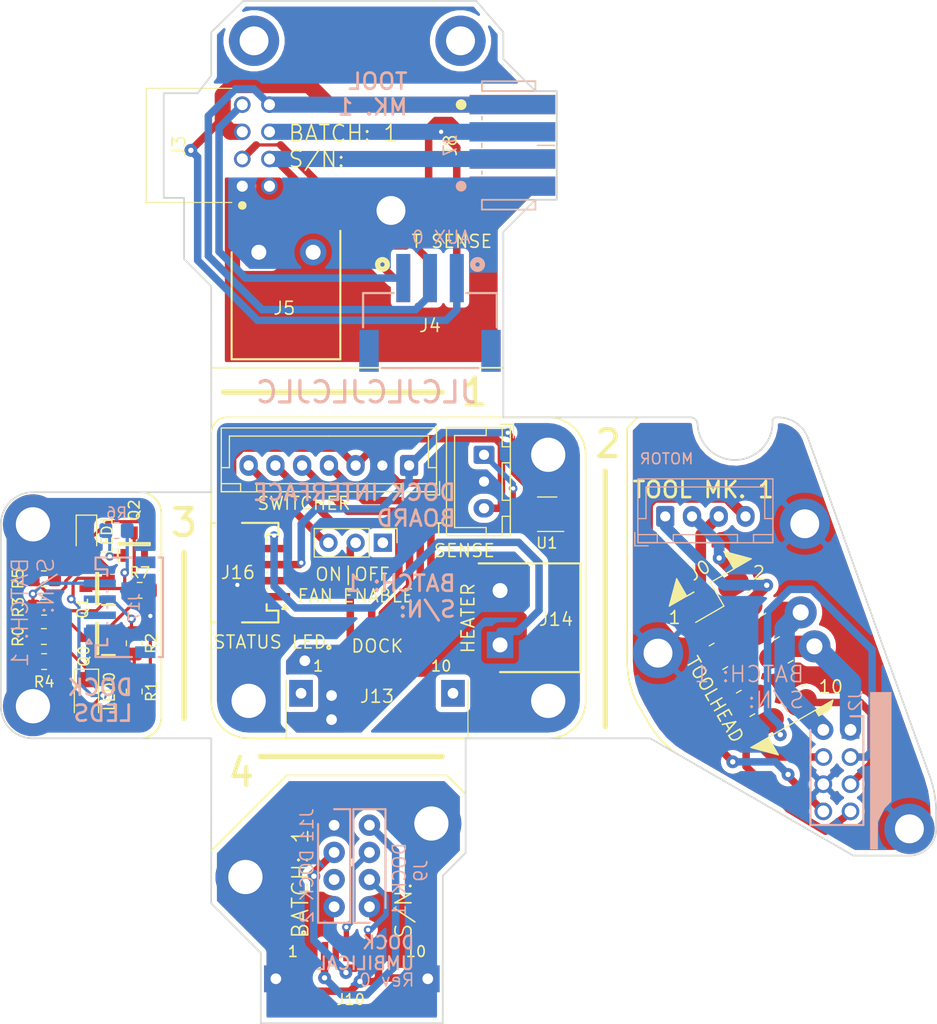
<source format=kicad_pcb>
(kicad_pcb (version 20171130) (host pcbnew "(5.1.9)-1")
  (layers (0 F.Cu signal hide) (31 B.Cu signal hide) (34 B.Paste user hide) (35 F.Paste user hide) (36 B.SilkS user) (37 F.SilkS user) (38 B.Mask user hide) (39 F.Mask user hide) (44 Edge.Cuts user))
  (net 0 "")
  (net 1 /AUX0_2)
  (net 2 /3V3_2)
  (net 3 /GND1_2)
  (net 4 /24V_2)
  (net 5 /HEATER_OUT_2)
  (net 6 /THERM_OUT_2)
  (net 7 /GND_2)
  (net 8 /GND1_1)
  (net 9 /THERM_OUT_1)
  (net 10 /AUX0_1)
  (net 11 /HEATER_OUT_1)
  (net 12 /24V_1)
  (net 13 /3V3_1)
  (net 14 /V_AUX0_1)
  (net 15 /GND_1)
  (net 16 "Net-(H3-Pad1)")
  (net 17 "Net-(H5-Pad1)")
  (net 18 /GND1_0)
  (net 19 /THERM_OUT_0)
  (net 20 /AUX0_0)
  (net 21 /V_AUX0_0)
  (net 22 /1B_0)
  (net 23 /3V3_0)
  (net 24 /GND_0)
  (net 25 /HEATER_OUT_0)
  (net 26 /24V_0)
  (net 27 /1A_0)
  (net 28 /2A_0)
  (net 29 /2B_0)
  (net 30 /5V_3)
  (net 31 /GND_3)
  (net 32 /FAN_3)
  (net 33 /3V3_3)
  (net 34 /THERM_OUT_3)
  (net 35 /GND1_3)
  (net 36 /HEATER_OUT_3)
  (net 37 /AUX0_3)
  (net 38 /24V_3)
  (net 39 "Net-(J10-Pad4)")
  (net 40 /5V_4)
  (net 41 "Net-(Q0-Pad3)")
  (net 42 "Net-(Q1-Pad3)")
  (net 43 "Net-(Q1-Pad1)")
  (net 44 /TOOL_SEL_3)
  (net 45 /HEATER_OUT_4)
  (net 46 /TOOL_SEL_4)
  (net 47 /GND_4)
  (net 48 "Net-(LED0-Pad1)")
  (net 49 "Net-(J8-Pad3)")
  (net 50 "Net-(J11-Pad3)")
  (net 51 "Net-(J13-Pad4)")
  (net 52 "Net-(JP1-Pad1)")
  (net 53 "Net-(LED1-Pad1)")
  (net 54 "Net-(Q2-Pad2)")
  (net 55 "Net-(J15-Pad1)")
  (net 56 "Net-(Q0-Pad1)")
  (net 57 "Net-(Q2-Pad1)")
  (module Resistor_SMD:R_0805_2012Metric_Pad1.20x1.40mm_HandSolder (layer F.Cu) (at 124.8165 87.859)
    (fp_text reference R0 (at -2.413 0 270) (layer F.SilkS))
    (fp_text value 56R)
    (pad 2 smd roundrect (at 1 0) (size 1.2 1.4) (layers F.Cu F.Paste F.Mask) (roundrect_rratio 0.2083325) (net 48 "Net-(LED0-Pad1)"))
    (pad 1 smd roundrect (at -1 0) (size 1.2 1.4) (layers F.Cu F.Paste F.Mask) (roundrect_rratio 0.2083325) (net 41 "Net-(Q0-Pad3)"))
  )
  (module Resistor_SMD:R_0805_2012Metric_Pad1.20x1.40mm_HandSolder (layer F.Cu) (at 124.841 85.119 180)
    (fp_text reference R3 (at 2.413 0 270) (layer F.SilkS))
    (fp_text value 39k)
    (pad 2 smd roundrect (at 1 0 180) (size 1.2 1.4) (layers F.Cu F.Paste F.Mask) (roundrect_rratio 0.2083325) (net 45 /HEATER_OUT_4))
    (pad 1 smd roundrect (at -1 0 180) (size 1.2 1.4) (layers F.Cu F.Paste F.Mask) (roundrect_rratio 0.2083325) (net 43 "Net-(Q1-Pad1)"))
  )
  (module LED_SMD:LED_0805_2012Metric_Pad1.15x1.40mm_HandSolder (layer F.Cu) (at 128.797 78.373 270)
    (fp_text reference LED1 (at -0.039 -1.925 270) (layer F.SilkS))
    (fp_text value LTST-C171KSKT)
    (pad 2 smd roundrect (at 1.025 0 270) (size 1.15 1.4) (layers F.Cu F.Paste F.Mask) (roundrect_rratio 0.2173904347826087) (net 40 /5V_4))
    (pad 1 smd roundrect (at -1.025 0 270) (size 1.15 1.4) (layers F.Cu F.Paste F.Mask) (roundrect_rratio 0.2173904347826087) (net 53 "Net-(LED1-Pad1)"))
  )
  (module Resistor_SMD:R_0805_2012Metric_Pad1.20x1.40mm_HandSolder (layer F.Cu) (at 133.262 92.993 270)
    (fp_text reference R1 (at 0 -1.612 270) (layer F.SilkS))
    (fp_text value 10k)
    (pad 2 smd roundrect (at 1 0 270) (size 1.2 1.4) (layers F.Cu F.Paste F.Mask) (roundrect_rratio 0.2083325) (net 47 /GND_4))
    (pad 1 smd roundrect (at -1 0 270) (size 1.2 1.4) (layers F.Cu F.Paste F.Mask) (roundrect_rratio 0.2083325) (net 56 "Net-(Q0-Pad1)"))
  )
  (module LED_SMD:LED_1206_3216Metric_Pad1.42x1.75mm_HandSolder (layer F.Cu) (at 128.797 93.373 270)
    (fp_text reference LED0 (at -0.38 -2.14 90) (layer F.SilkS))
    (fp_text value APTR3216-VFX)
    (pad 2 smd roundrect (at 1.4875 0 270) (size 1.425 1.75) (layers F.Cu F.Paste F.Mask) (roundrect_rratio 0.1754385964912281) (net 40 /5V_4))
    (pad 1 smd roundrect (at -1.4875 0 270) (size 1.425 1.75) (layers F.Cu F.Paste F.Mask) (roundrect_rratio 0.1754385964912281) (net 48 "Net-(LED0-Pad1)"))
  )
  (module 0Mosfets:SUPER-SOT-3 (layer F.Cu) (at 129.797 88.0495 180)
    (fp_text reference Q0 (at 1.234 -1.645 270) (layer F.SilkS))
    (fp_text value DMN3150L-7)
    (pad 1 smd rect (at -1.05 -0.96 270) (size 0.65 1.2) (layers F.Cu F.Paste F.Mask) (net 56 "Net-(Q0-Pad1)"))
    (pad 2 smd rect (at -1.05 0.96 270) (size 0.65 1.2) (layers F.Cu F.Paste F.Mask) (net 47 /GND_4))
    (pad 3 smd rect (at 1.05 0 270) (size 0.65 1.2) (layers F.Cu F.Paste F.Mask) (net 41 "Net-(Q0-Pad3)"))
  )
  (module Resistor_SMD:R_0805_2012Metric_Pad1.20x1.40mm_HandSolder (layer F.Cu) (at 124.8165 82.4615 180)
    (fp_text reference R5 (at 2.413 0 270) (layer F.SilkS))
    (fp_text value 100R)
    (pad 2 smd roundrect (at 1 0 180) (size 1.2 1.4) (layers F.Cu F.Paste F.Mask) (roundrect_rratio 0.2083325) (net 54 "Net-(Q2-Pad2)"))
    (pad 1 smd roundrect (at -1 0 180) (size 1.2 1.4) (layers F.Cu F.Paste F.Mask) (roundrect_rratio 0.2083325) (net 53 "Net-(LED1-Pad1)"))
  )
  (module Resistor_SMD:R_0805_2012Metric_Pad1.20x1.40mm_HandSolder (layer F.Cu) (at 124.841 90.199 180)
    (fp_text reference R4 (at 0 -1.905 180) (layer F.SilkS))
    (fp_text value 39k)
    (pad 2 smd roundrect (at 1 0 180) (size 1.2 1.4) (layers F.Cu F.Paste F.Mask) (roundrect_rratio 0.2083325) (net 43 "Net-(Q1-Pad1)"))
    (pad 1 smd roundrect (at -1 0 180) (size 1.2 1.4) (layers F.Cu F.Paste F.Mask) (roundrect_rratio 0.2083325) (net 47 /GND_4))
  )
  (module MountingHole:MountingHole_3.2mm_M3_DIN965_Pad_TopBottom (layer F.Cu) (at 123.797 94.373 90)
    (fp_text reference H9)
    (fp_text value MountingHole_Pad)
    (pad 1 thru_hole circle (at 0 0 90) (size 3.6 3.6) (drill 3.2) (layers *.Cu *.Mask) (net 47 /GND_4))
    (pad 1 connect circle (at 0 0 90) (size 5.6 5.6) (layers F.Cu F.Mask) (net 47 /GND_4))
    (pad 1 connect circle (at 0 0 90) (size 5.6 5.6) (layers B.Cu B.Mask) (net 47 /GND_4))
  )
  (module Resistor_SMD:R_0805_2012Metric_Pad1.20x1.40mm_HandSolder (layer F.Cu) (at 133.262 88.494 270)
    (fp_text reference R2 (at 0 -1.612 90) (layer F.SilkS))
    (fp_text value 22R)
    (pad 2 smd roundrect (at 1 0 270) (size 1.2 1.4) (layers F.Cu F.Paste F.Mask) (roundrect_rratio 0.2083325) (net 56 "Net-(Q0-Pad1)"))
    (pad 1 smd roundrect (at -1 0 270) (size 1.2 1.4) (layers F.Cu F.Paste F.Mask) (roundrect_rratio 0.2083325) (net 46 /TOOL_SEL_4))
  )
  (module 0_Daves_Stuff:JST-ZH_S4B-ZR-SM4A-TF (layer B.Cu) (at 130.047 87.373 90)
    (fp_text reference J17 (at 2.25 3.215 90) (layer B.SilkS) (effects (justify mirror)))
    (fp_text value "DOCK STATUS LEDS")
    (pad 6 smd rect (at 6.45 4.25 90) (size 1.1 1.9) (layers B.Cu B.Paste B.Mask))
    (pad 5 smd rect (at -1.95 4.25 90) (size 1.1 1.9) (layers B.Cu B.Paste B.Mask))
    (pad 4 smd rect (at 4.5 0 90) (size 0.7 3) (layers B.Cu B.Paste B.Mask) (net 45 /HEATER_OUT_4))
    (pad 3 smd rect (at 3 0 90) (size 0.7 3) (layers B.Cu B.Paste B.Mask) (net 46 /TOOL_SEL_4))
    (pad 2 smd rect (at 1.5 0 90) (size 0.7 3) (layers B.Cu B.Paste B.Mask) (net 40 /5V_4))
    (pad 1 smd rect (at 0 0 90) (size 0.7 3) (layers B.Cu B.Paste B.Mask) (net 47 /GND_4))
  )
  (module Resistor_SMD:R_0805_2012Metric_Pad1.20x1.40mm_HandSolder (layer B.Cu) (at 131.611 77.953 180)
    (fp_text reference R6 (at 0 1.65) (layer B.SilkS) (effects (justify mirror)))
    (fp_text value 22R)
    (pad 2 smd roundrect (at 1 0 180) (size 1.2 1.4) (layers B.Cu B.Paste B.Mask) (roundrect_rratio 0.2083325) (net 57 "Net-(Q2-Pad1)"))
    (pad 1 smd roundrect (at -1 0 180) (size 1.2 1.4) (layers B.Cu B.Paste B.Mask) (roundrect_rratio 0.2083325) (net 42 "Net-(Q1-Pad3)"))
  )
  (module 0Mosfets:SUPER-SOT-3 (layer F.Cu) (at 133.262 79.223 90)
    (fp_text reference Q2 (at 3.175 0 90) (layer F.SilkS))
    (fp_text value DMN3150L-7)
    (pad 1 smd rect (at -1.05 -0.96 180) (size 0.65 1.2) (layers F.Cu F.Paste F.Mask) (net 57 "Net-(Q2-Pad1)"))
    (pad 2 smd rect (at -1.05 0.96 180) (size 0.65 1.2) (layers F.Cu F.Paste F.Mask) (net 54 "Net-(Q2-Pad2)"))
    (pad 3 smd rect (at 1.05 0 180) (size 0.65 1.2) (layers F.Cu F.Paste F.Mask) (net 47 /GND_4))
  )
  (module Resistor_SMD:R_0805_2012Metric_Pad1.20x1.40mm_HandSolder (layer F.Cu) (at 133.77 83.541)
    (fp_text reference R7 (at 0 -1.65) (layer F.SilkS))
    (fp_text value 10k)
    (pad 2 smd roundrect (at 1 0) (size 1.2 1.4) (layers F.Cu F.Paste F.Mask) (roundrect_rratio 0.2083325) (net 47 /GND_4))
    (pad 1 smd roundrect (at -1 0) (size 1.2 1.4) (layers F.Cu F.Paste F.Mask) (roundrect_rratio 0.2083325) (net 42 "Net-(Q1-Pad3)"))
  )
  (module 0Mosfets:SUPER-SOT-3 (layer F.Cu) (at 129.797 83.373 180)
    (fp_text reference Q1 (at 1.361 -1.819 270) (layer F.SilkS))
    (fp_text value NTR1P02T1G hide)
    (pad 1 smd rect (at -1.05 -0.96 270) (size 0.65 1.2) (layers F.Cu F.Paste F.Mask) (net 43 "Net-(Q1-Pad1)"))
    (pad 2 smd rect (at -1.05 0.96 270) (size 0.65 1.2) (layers F.Cu F.Paste F.Mask) (net 40 /5V_4))
    (pad 3 smd rect (at 1.05 0 270) (size 0.65 1.2) (layers F.Cu F.Paste F.Mask) (net 42 "Net-(Q1-Pad3)"))
  )
  (module MountingHole:MountingHole_3.2mm_M3_DIN965_Pad_TopBottom (layer F.Cu) (at 123.797 77.373 90)
    (fp_text reference H8)
    (fp_text value MountingHole_Pad)
    (pad 1 thru_hole circle (at 0 0 90) (size 3.6 3.6) (drill 3.2) (layers *.Cu *.Mask) (net 47 /GND_4))
    (pad 1 connect circle (at 0 0 90) (size 5.6 5.6) (layers F.Cu F.Mask) (net 47 /GND_4))
    (pad 1 connect circle (at 0 0 90) (size 5.6 5.6) (layers B.Cu B.Mask) (net 47 /GND_4))
  )
  (module 0_Daves_Stuff:JST-ZH_S4B-ZR-SM4A-TF (layer F.Cu) (at 146.337 84.138 90)
    (fp_text reference J16 (at 2.265 -3.38 180) (layer F.SilkS) (effects (font (size 1.2 1.2))))
    (fp_text value "STATUS LED" (at -4.235 -0.387 180) (layer F.SilkS) (effects (font (size 1.2 1.2))))
    (pad 1 smd rect (at 0 0 90) (size 0.7 3) (layers F.Cu F.Paste F.Mask) (net 31 /GND_3))
    (pad 2 smd rect (at 1.5 0 90) (size 0.7 3) (layers F.Cu F.Paste F.Mask) (net 30 /5V_3))
    (pad 3 smd rect (at 3 0 90) (size 0.7 3) (layers F.Cu F.Paste F.Mask) (net 44 /TOOL_SEL_3))
    (pad 4 smd rect (at 4.5 0 90) (size 0.7 3) (layers F.Cu F.Paste F.Mask) (net 36 /HEATER_OUT_3))
    (pad 5 smd rect (at -1.95 -4.25 90) (size 1.1 1.9) (layers F.Cu F.Paste F.Mask))
    (pad 6 smd rect (at 6.45 -4.25 90) (size 1.1 1.9) (layers F.Cu F.Paste F.Mask))
  )
  (module 0c-boards:ZF1-10-XX-ZZ-WT_Handsolder (layer F.Cu) (at 155.956 90.623)
    (fp_text reference J13 (at 0 2.824) (layer F.SilkS) (effects (font (size 1.2 1.2))))
    (fp_text value DOCK (at 0.026 -1.875) (layer F.SilkS) (effects (font (size 1.2 1.2))))
    (fp_text user 10 (at 6 0) (layer F.SilkS))
    (fp_text user 1 (at -5.5 0) (layer F.SilkS))
    (pad 12 thru_hole rect (at 7.1 2.54) (size 2.2 2.5) (drill 1) (layers *.Cu *.Mask))
    (pad 11 thru_hole rect (at -7.1 2.54) (size 2.2 2.5) (drill 1) (layers *.Cu *.Mask))
    (pad 10 smd rect (at 4.5 0) (size 0.6 1.8) (layers F.Cu F.Paste F.Mask) (net 36 /HEATER_OUT_3))
    (pad 9 smd rect (at 3.5 0) (size 0.6 1.8) (layers F.Cu F.Paste F.Mask) (net 36 /HEATER_OUT_3))
    (pad 8 smd rect (at 2.5 0) (size 0.6 1.8) (layers F.Cu F.Paste F.Mask) (net 31 /GND_3))
    (pad 7 smd rect (at 1.5 0) (size 0.6 1.8) (layers F.Cu F.Paste F.Mask) (net 35 /GND1_3))
    (pad 6 smd rect (at 0.5 0) (size 0.6 1.8) (layers F.Cu F.Paste F.Mask) (net 34 /THERM_OUT_3))
    (pad 5 smd rect (at -0.5 0) (size 0.6 1.8) (layers F.Cu F.Paste F.Mask) (net 33 /3V3_3))
    (pad 4 smd rect (at -1.5 0) (size 0.6 1.8) (layers F.Cu F.Paste F.Mask) (net 51 "Net-(J13-Pad4)"))
    (pad 3 smd rect (at -2.5 0) (size 0.6 1.8) (layers F.Cu F.Paste F.Mask) (net 37 /AUX0_3))
    (pad 2 smd rect (at -3.5 0) (size 0.6 1.8) (layers F.Cu F.Paste F.Mask) (net 38 /24V_3))
    (pad 1 smd rect (at -4.5 0) (size 0.6 1.8) (layers F.Cu F.Paste F.Mask) (net 38 /24V_3))
  )
  (module 0c-boards:ZF1-10-XX-ZZ-WT_Handsolder (layer F.Cu) (at 153.598 117.305)
    (fp_text reference J10 (at -0.109 4.48) (layer F.SilkS))
    (fp_text value ZF1-10-01-T-WT-TR hide)
    (fp_text user 1 (at -5.5 0) (layer F.SilkS))
    (fp_text user 10 (at 6 0) (layer F.SilkS))
    (pad 1 smd rect (at -4.5 0) (size 0.6 1.8) (layers F.Cu F.Paste F.Mask) (net 4 /24V_2))
    (pad 2 smd rect (at -3.5 0) (size 0.6 1.8) (layers F.Cu F.Paste F.Mask) (net 4 /24V_2))
    (pad 3 smd rect (at -2.5 0) (size 0.6 1.8) (layers F.Cu F.Paste F.Mask) (net 1 /AUX0_2))
    (pad 4 smd rect (at -1.5 0) (size 0.6 1.8) (layers F.Cu F.Paste F.Mask) (net 39 "Net-(J10-Pad4)"))
    (pad 5 smd rect (at -0.5 0) (size 0.6 1.8) (layers F.Cu F.Paste F.Mask) (net 2 /3V3_2))
    (pad 6 smd rect (at 0.5 0) (size 0.6 1.8) (layers F.Cu F.Paste F.Mask) (net 6 /THERM_OUT_2))
    (pad 7 smd rect (at 1.5 0) (size 0.6 1.8) (layers F.Cu F.Paste F.Mask) (net 3 /GND1_2))
    (pad 8 smd rect (at 2.5 0) (size 0.6 1.8) (layers F.Cu F.Paste F.Mask) (net 7 /GND_2))
    (pad 9 smd rect (at 3.5 0) (size 0.6 1.8) (layers F.Cu F.Paste F.Mask) (net 5 /HEATER_OUT_2))
    (pad 10 smd rect (at 4.5 0) (size 0.6 1.8) (layers F.Cu F.Paste F.Mask) (net 5 /HEATER_OUT_2))
    (pad 11 thru_hole rect (at -7.1 2.54) (size 2.2 2.5) (drill 1) (layers *.Cu *.Mask) (net 7 /GND_2))
    (pad 12 thru_hole rect (at 7.1 2.54) (size 2.2 2.5) (drill 1) (layers *.Cu *.Mask) (net 7 /GND_2))
  )
  (module Package_TO_SOT_SMD:SOT-23-5_HandSoldering (layer F.Cu) (at 171.858 76.429 180)
    (fp_text reference U1 (at 0.027 -2.692) (layer F.SilkS))
    (fp_text value 74AHCT1G125SE-7)
    (pad 1 smd rect (at -1.35 -0.95 180) (size 1.56 0.65) (layers F.Cu F.Paste F.Mask) (net 31 /GND_3))
    (pad 2 smd rect (at -1.35 0 180) (size 1.56 0.65) (layers F.Cu F.Paste F.Mask) (net 55 "Net-(J15-Pad1)"))
    (pad 3 smd rect (at -1.35 0.95 180) (size 1.56 0.65) (layers F.Cu F.Paste F.Mask) (net 31 /GND_3))
    (pad 4 smd rect (at 1.35 0.95 180) (size 1.56 0.65) (layers F.Cu F.Paste F.Mask) (net 44 /TOOL_SEL_3))
    (pad 5 smd rect (at 1.35 -0.95 180) (size 1.56 0.65) (layers F.Cu F.Paste F.Mask) (net 30 /5V_3))
  )
  (module 0c-boards:811-S1-004-10-017101 (layer B.Cu) (at 155.247 109.304 90)
    (fp_text reference J9 (at -0.455 4.805 270) (layer B.SilkS) (effects (font (size 1.2 1.2)) (justify mirror)))
    (fp_text value "DOCK 1" (at -1.27 2.791 90) (layer B.SilkS) (effects (font (size 1.2 1.2)) (justify mirror)))
    (pad 1 thru_hole circle (at -3.81 0 90) (size 2 2) (drill 1) (layers *.Cu *.Mask) (net 5 /HEATER_OUT_2))
    (pad 2 thru_hole circle (at -1.27 0 90) (size 2 2) (drill 1) (layers *.Cu *.Mask) (net 3 /GND1_2))
    (pad 3 thru_hole circle (at 1.27 0 90) (size 2 2) (drill 1) (layers *.Cu *.Mask) (net 2 /3V3_2))
    (pad 4 thru_hole circle (at 3.81 0 90) (size 2 2) (drill 1) (layers *.Cu *.Mask) (net 1 /AUX0_2))
  )
  (module 0c-boards:811-S1-004-10-017101 (layer B.Cu) (at 151.947 109.304 270)
    (fp_text reference J11 (at -3.81 2.545 270) (layer B.SilkS) (effects (font (size 1.2 1.2)) (justify mirror)))
    (fp_text value "DOCK 2" (at 1.905 2.545 90) (layer B.SilkS) (effects (font (size 1.2 1.2)) (justify mirror)))
    (pad 1 thru_hole circle (at -3.81 0 270) (size 2 2) (drill 1) (layers *.Cu *.Mask) (net 7 /GND_2))
    (pad 2 thru_hole circle (at -1.27 0 270) (size 2 2) (drill 1) (layers *.Cu *.Mask) (net 6 /THERM_OUT_2))
    (pad 3 thru_hole circle (at 1.27 0 270) (size 2 2) (drill 1) (layers *.Cu *.Mask) (net 50 "Net-(J11-Pad3)"))
    (pad 4 thru_hole circle (at 3.81 0 270) (size 2 2) (drill 1) (layers *.Cu *.Mask) (net 4 /24V_2))
  )
  (module 1SamacSys_Parts:SSW-104-XX-YYY-D-RA (layer F.Cu) (at 143.362 45.768 270)
    (fp_text reference J3 (at -3.731 5.91 90) (layer F.SilkS) (effects (font (size 1.2 1.2))))
    (fp_text value "INTERBOARD B" hide)
    (pad 8 thru_hole circle (at -7.62 -2.54 270) (size 1.55 1.55) (drill 1.04) (layers *.Cu *.Mask) (net 10 /AUX0_1))
    (pad 7 thru_hole circle (at -7.62 0 270) (size 1.55 1.55) (drill 1.04) (layers *.Cu *.Mask) (net 14 /V_AUX0_1))
    (pad 6 thru_hole circle (at -5.08 -2.54 270) (size 1.55 1.55) (drill 1.04) (layers *.Cu *.Mask) (net 13 /3V3_1))
    (pad 5 thru_hole circle (at -5.08 0 270) (size 1.55 1.55) (drill 1.04) (layers *.Cu *.Mask) (net 15 /GND_1))
    (pad 4 thru_hole circle (at -2.54 -2.54 270) (size 1.55 1.55) (drill 1.04) (layers *.Cu *.Mask) (net 8 /GND1_1))
    (pad 3 thru_hole circle (at -2.54 0 270) (size 1.55 1.55) (drill 1.04) (layers *.Cu *.Mask) (net 9 /THERM_OUT_1))
    (pad 2 thru_hole circle (at 0 -2.54 270) (size 1.55 1.55) (drill 1.04) (layers *.Cu *.Mask) (net 12 /24V_1))
    (pad 1 thru_hole circle (at 0 0 270) (size 1.55 1.55) (drill 1.04) (layers *.Cu *.Mask) (net 11 /HEATER_OUT_1))
  )
  (module 0c-boards:8MM11000402131_handsolder (layer F.Cu) (at 169.152 41.958 270)
    (fp_text reference J8 (at 0 6.35 90) (layer F.SilkS) (effects (font (size 1.2 1.2))))
    (fp_text value "DOCK INT 2" hide)
    (pad 4 smd rect (at 3.81 0.539 270) (size 1.8 8) (layers F.Cu F.Paste F.Mask) (net 12 /24V_1))
    (pad 3 smd rect (at 1.27 0.539 270) (size 1.8 8) (layers F.Cu F.Paste F.Mask) (net 49 "Net-(J8-Pad3)"))
    (pad 2 smd rect (at -1.27 0.539 270) (size 1.8 8) (layers F.Cu F.Paste F.Mask) (net 9 /THERM_OUT_1))
    (pad 1 smd rect (at -3.81 0.539 270) (size 1.8 8) (layers F.Cu F.Paste F.Mask) (net 15 /GND_1))
  )
  (module 1SamacSys_Parts:SHDRRA2W102P0X508_1X2_1016X1200X850P (layer F.Cu) (at 144.907 51.943 180)
    (fp_text reference J5 (at -2.3876 -5.2324) (layer F.SilkS) (effects (font (size 1.2 1.2))))
    (fp_text value HEATER)
    (pad 2 thru_hole circle (at -5.08 0 180) (size 2.475 2.475) (drill 1.4) (layers *.Cu *.Mask) (net 12 /24V_1))
    (pad 1 thru_hole rect (at 0 0 180) (size 2.475 2.475) (drill 1.4) (layers *.Cu *.Mask) (net 11 /HEATER_OUT_1))
  )
  (module 0_Daves_Stuff:JST-XH_2.50MM_03x01_SMT (layer F.Cu) (at 160.909 54.356)
    (fp_text reference J4 (at 0 4.445 180) (layer F.SilkS) (effects (font (size 1.2 1.2))))
    (fp_text value "T SENSE" (at 2.043 -3.429 180) (layer F.SilkS) (effects (font (size 1.2 1.2))))
    (pad 1 smd rect (at -2.5 0) (size 1.3 4.5) (layers F.Cu F.Paste F.Mask) (net 8 /GND1_1))
    (pad 2 smd rect (at 0 0) (size 1.3 4.5) (layers F.Cu F.Paste F.Mask) (net 9 /THERM_OUT_1))
    (pad 3 smd rect (at 2.5 0) (size 1.3 4.5) (layers F.Cu F.Paste F.Mask) (net 13 /3V3_1))
    (pad 4 smd rect (at -5.7 6.8) (size 1.8 3.9) (layers F.Cu F.Paste F.Mask) (net 12 /24V_1))
    (pad 5 smd rect (at 5.7 6.8) (size 1.8 3.9) (layers F.Cu F.Paste F.Mask) (net 12 /24V_1))
  )
  (module 0c-boards:8MM11000402131_handsolder (layer B.Cu) (at 169.152 41.958 90)
    (fp_text reference J7 (at 0 -6.35 270) (layer B.SilkS) (effects (font (size 1.2 1.2)) (justify mirror)))
    (fp_text value "DOCK INT 1" hide)
    (pad 4 smd rect (at 3.81 -0.539 90) (size 1.8 8) (layers B.Cu B.Paste B.Mask) (net 10 /AUX0_1))
    (pad 3 smd rect (at 1.27 -0.539 90) (size 1.8 8) (layers B.Cu B.Paste B.Mask) (net 13 /3V3_1))
    (pad 2 smd rect (at -1.27 -0.539 90) (size 1.8 8) (layers B.Cu B.Paste B.Mask) (net 8 /GND1_1))
    (pad 1 smd rect (at -3.81 -0.539 90) (size 1.8 8) (layers B.Cu B.Paste B.Mask) (net 11 /HEATER_OUT_1))
  )
  (module 0_Daves_Stuff:JST-XH_2.50MM_03x01_SMT (layer B.Cu) (at 160.909 54.356 180)
    (fp_text reference J6)
    (fp_text value "AUX 0" (at -1.043 3.81) (layer B.SilkS) (effects (font (size 1.2 1.2)) (justify mirror)))
    (pad 1 smd rect (at -2.5 0 180) (size 1.3 4.5) (layers B.Cu B.Paste B.Mask) (net 15 /GND_1))
    (pad 2 smd rect (at 0 0 180) (size 1.3 4.5) (layers B.Cu B.Paste B.Mask) (net 10 /AUX0_1))
    (pad 3 smd rect (at 2.5 0 180) (size 1.3 4.5) (layers B.Cu B.Paste B.Mask) (net 14 /V_AUX0_1))
    (pad 4 smd rect (at -5.7 -6.8 180) (size 1.8 3.9) (layers B.Cu B.Paste B.Mask))
    (pad 5 smd rect (at 5.7 -6.8 180) (size 1.8 3.9) (layers B.Cu B.Paste B.Mask))
  )
  (module MountingHole:MountingHole_3.2mm_M3_DIN965_Pad_TopBottom (layer F.Cu) (at 161.037 105.334)
    (fp_text reference H6)
    (fp_text value MountingHole_Pad)
    (pad 1 connect circle (at 0 0) (size 5.6 5.6) (layers B.Cu B.Mask) (net 7 /GND_2))
    (pad 1 connect circle (at 0 0) (size 5.6 5.6) (layers F.Cu F.Mask) (net 7 /GND_2))
    (pad 1 thru_hole circle (at 0 0) (size 3.6 3.6) (drill 3.2) (layers *.Cu *.Mask) (net 7 /GND_2))
  )
  (module MountingHole:MountingHole_3.2mm_M3_DIN965_Pad_TopBottom (layer F.Cu) (at 143.657 110.334)
    (fp_text reference H7)
    (fp_text value MountingHole_Pad)
    (pad 1 connect circle (at 0 0) (size 5.6 5.6) (layers B.Cu B.Mask) (net 7 /GND_2))
    (pad 1 connect circle (at 0 0) (size 5.6 5.6) (layers F.Cu F.Mask) (net 7 /GND_2))
    (pad 1 thru_hole circle (at 0 0) (size 3.6 3.6) (drill 3.2) (layers *.Cu *.Mask) (net 7 /GND_2))
  )
  (module MountingHole:MountingHole_2.7mm_M2.5_DIN965_Pad_TopBottom (layer F.Cu) (at 144.462 32.183)
    (fp_text reference H3)
    (fp_text value MountingHole_Pad)
    (pad 1 thru_hole circle (at 0 0) (size 3.1 3.1) (drill 2.7) (layers *.Cu *.Mask) (net 16 "Net-(H3-Pad1)"))
    (pad 1 connect circle (at 0 0) (size 4.7 4.7) (layers F.Cu F.Mask) (net 16 "Net-(H3-Pad1)"))
    (pad 1 connect circle (at 0 0) (size 4.7 4.7) (layers B.Cu B.Mask) (net 16 "Net-(H3-Pad1)"))
  )
  (module MountingHole:MountingHole_2.7mm_M2.5_DIN965_Pad_TopBottom (layer F.Cu) (at 157.262 48.038)
    (fp_text reference H4)
    (fp_text value MountingHole_Pad)
    (pad 1 thru_hole circle (at 0 0) (size 3.1 3.1) (drill 2.7) (layers *.Cu *.Mask) (net 11 /HEATER_OUT_1))
    (pad 1 connect circle (at 0 0) (size 4.7 4.7) (layers F.Cu F.Mask) (net 11 /HEATER_OUT_1))
    (pad 1 connect circle (at 0 0) (size 4.7 4.7) (layers B.Cu B.Mask) (net 11 /HEATER_OUT_1))
  )
  (module MountingHole:MountingHole_2.7mm_M2.5_DIN965_Pad_TopBottom (layer F.Cu) (at 163.761999 32.183)
    (fp_text reference H5)
    (fp_text value MountingHole_Pad)
    (pad 1 thru_hole circle (at 0 0) (size 3.1 3.1) (drill 2.7) (layers *.Cu *.Mask) (net 17 "Net-(H5-Pad1)"))
    (pad 1 connect circle (at 0 0) (size 4.7 4.7) (layers F.Cu F.Mask) (net 17 "Net-(H5-Pad1)"))
    (pad 1 connect circle (at 0 0) (size 4.7 4.7) (layers B.Cu B.Mask) (net 17 "Net-(H5-Pad1)"))
  )
  (module MountingHole:MountingHole_3.2mm_M3_DIN965_Pad_TopBottom (layer F.Cu) (at 171.957 70.873)
    (fp_text reference H12)
    (fp_text value MountingHole_Pad)
    (pad 1 connect circle (at 0 0) (size 5.6 5.6) (layers B.Cu B.Mask) (net 31 /GND_3))
    (pad 1 connect circle (at 0 0) (size 5.6 5.6) (layers F.Cu F.Mask) (net 31 /GND_3))
    (pad 1 thru_hole circle (at 0 0) (size 3.6 3.6) (drill 3.2) (layers *.Cu *.Mask) (net 31 /GND_3))
  )
  (module Connector_PinHeader_2.54mm:PinHeader_1x03_P2.54mm_Vertical (layer F.Cu) (at 156.497 79.096 270)
    (fp_text reference JP1)
    (fp_text value "FAN ENABLE" (at 4.962 2.54 unlocked) (layer F.SilkS) (effects (font (size 1.2 1.2))))
    (pad 3 thru_hole oval (at 0 5.08 270) (size 1.7 1.7) (drill 1) (layers *.Cu *.Mask) (net 32 /FAN_3))
    (pad 2 thru_hole oval (at 0 2.54 270) (size 1.7 1.7) (drill 1) (layers *.Cu *.Mask) (net 37 /AUX0_3))
    (pad 1 thru_hole rect (at 0 0 270) (size 1.7 1.7) (drill 1) (layers *.Cu *.Mask) (net 52 "Net-(JP1-Pad1)"))
  )
  (module 1SamacSys_Parts:SHDRRA2W102P0X508_1X2_1016X1200X850P (layer F.Cu) (at 167.457 88.643 270)
    (fp_text reference J14 (at -2.3876 -5.2324 180) (layer F.SilkS) (effects (font (size 1.2 1.2))))
    (fp_text value HEATER (at -2.5 3 90 unlocked) (layer F.SilkS) (effects (font (size 1.2 1.2))))
    (pad 2 thru_hole circle (at -5.08 0 270) (size 2.475 2.475) (drill 1.4) (layers *.Cu *.Mask) (net 38 /24V_3))
    (pad 1 thru_hole rect (at 0 0 270) (size 2.475 2.475) (drill 1.4) (layers *.Cu *.Mask) (net 36 /HEATER_OUT_3))
  )
  (module 0_Daves_Stuff:JST_XH_B3B-XH-A_1x03_P2.50mm_Vertical (layer F.Cu) (at 165.957 70.873 270)
    (fp_text reference J15)
    (fp_text value "TOOL SENSOR")
    (pad 3 thru_hole oval (at 5 0 270) (size 1.7 1.95) (drill 0.95) (layers *.Cu *.Mask) (net 30 /5V_3))
    (pad 2 thru_hole oval (at 2.5 0 270) (size 1.7 1.95) (drill 0.95) (layers *.Cu *.Mask) (net 31 /GND_3))
    (pad 1 thru_hole roundrect (at 0 0 270) (size 1.7 1.95) (drill 0.95) (layers *.Cu *.Mask) (roundrect_rratio 0.1470588235294118) (net 55 "Net-(J15-Pad1)"))
  )
  (module MountingHole:MountingHole_3.2mm_M3_DIN965_Pad_TopBottom (layer F.Cu) (at 171.957 93.873)
    (fp_text reference H11)
    (fp_text value MountingHole_Pad)
    (pad 1 connect circle (at 0 0) (size 5.6 5.6) (layers B.Cu B.Mask) (net 31 /GND_3))
    (pad 1 connect circle (at 0 0) (size 5.6 5.6) (layers F.Cu F.Mask) (net 31 /GND_3))
    (pad 1 thru_hole circle (at 0 0) (size 3.6 3.6) (drill 3.2) (layers *.Cu *.Mask) (net 31 /GND_3))
  )
  (module 0_Daves_Stuff:JST_XH_B7B-XH-A_1x07_P2.50mm_Vertical (layer F.Cu) (at 158.957 71.873 180)
    (fp_text reference J12)
    (fp_text value SWITCHER (at 9.832 -3.54) (layer F.SilkS) (effects (font (size 1.2 1.2))))
    (pad 7 thru_hole oval (at 15 0 180) (size 1.7 1.95) (drill 0.95) (layers *.Cu *.Mask) (net 32 /FAN_3))
    (pad 6 thru_hole oval (at 12.5 0 180) (size 1.7 1.95) (drill 0.95) (layers *.Cu *.Mask) (net 33 /3V3_3))
    (pad 5 thru_hole oval (at 10 0 180) (size 1.7 1.95) (drill 0.95) (layers *.Cu *.Mask) (net 34 /THERM_OUT_3))
    (pad 4 thru_hole oval (at 7.5 0 180) (size 1.7 1.95) (drill 0.95) (layers *.Cu *.Mask) (net 35 /GND1_3))
    (pad 3 thru_hole oval (at 5 0 180) (size 1.7 1.95) (drill 0.95) (layers *.Cu *.Mask) (net 30 /5V_3))
    (pad 2 thru_hole oval (at 2.5 0 180) (size 1.7 1.95) (drill 0.95) (layers *.Cu *.Mask) (net 31 /GND_3))
    (pad 1 thru_hole roundrect (at 0 0 180) (size 1.7 1.95) (drill 0.95) (layers *.Cu *.Mask) (roundrect_rratio 0.1470588235294118) (net 44 /TOOL_SEL_3))
  )
  (module MountingHole:MountingHole_3.2mm_M3_DIN965_Pad_TopBottom (layer F.Cu) (at 143.957 93.873)
    (fp_text reference H10)
    (fp_text value MountingHole_Pad)
    (pad 1 connect circle (at 0 0) (size 5.6 5.6) (layers B.Cu B.Mask) (net 31 /GND_3))
    (pad 1 connect circle (at 0 0) (size 5.6 5.6) (layers F.Cu F.Mask) (net 31 /GND_3))
    (pad 1 thru_hole circle (at 0 0) (size 3.6 3.6) (drill 3.2) (layers *.Cu *.Mask) (net 31 /GND_3))
  )
  (module MountingHole:MountingHole_2.7mm_M2.5_DIN965_Pad_TopBottom (layer F.Cu) (at 195.936462 77.320774)
    (fp_text reference H0)
    (fp_text value MountingHole_Pad)
    (pad 1 connect circle (at 0 0) (size 4.7 4.7) (layers B.Cu B.Mask) (net 24 /GND_0))
    (pad 1 connect circle (at 0 0) (size 4.7 4.7) (layers F.Cu F.Mask) (net 24 /GND_0))
    (pad 1 thru_hole circle (at 0 0) (size 3.1 3.1) (drill 2.7) (layers *.Cu *.Mask) (net 24 /GND_0))
  )
  (module Connector_JST:JST_XH_B4B-XH-A_1x04_P2.50mm_Vertical (layer B.Cu) (at 182.897401 76.632383)
    (fp_text reference J1)
    (fp_text value MOTOR (at 0.129599 -5.384383 unlocked) (layer B.SilkS) (effects (justify mirror)))
    (pad 4 thru_hole oval (at 7.5 0) (size 1.7 1.95) (drill 0.95) (layers *.Cu *.Mask) (net 22 /1B_0))
    (pad 3 thru_hole oval (at 5 0) (size 1.7 1.95) (drill 0.95) (layers *.Cu *.Mask) (net 29 /2B_0))
    (pad 2 thru_hole oval (at 2.5 0) (size 1.7 1.95) (drill 0.95) (layers *.Cu *.Mask) (net 28 /2A_0))
    (pad 1 thru_hole roundrect (at 0 0) (size 1.7 1.95) (drill 0.95) (layers *.Cu *.Mask) (roundrect_rratio 0.1470588235294118) (net 27 /1A_0))
  )
  (module 1SamacSys_Parts:HDRV8W64P254_2X4_1016X495X838P (layer B.Cu) (at 200.211391 96.580151 270)
    (fp_text reference J2 (at -2.723351 -0.480009 90 unlocked) (layer B.SilkS) (effects (font (size 1.2 1.2)) (justify mirror)))
    (fp_text value "INTERBOARD A" hide)
    (pad 8 thru_hole circle (at 7.62 2.54 270) (size 1.65 1.65) (drill 1.1) (layers *.Cu *.Mask) (net 21 /V_AUX0_0))
    (pad 7 thru_hole circle (at 7.62 0 270) (size 1.65 1.65) (drill 1.1) (layers *.Cu *.Mask) (net 20 /AUX0_0))
    (pad 6 thru_hole circle (at 5.08 2.54 270) (size 1.65 1.65) (drill 1.1) (layers *.Cu *.Mask) (net 24 /GND_0))
    (pad 5 thru_hole circle (at 5.08 0 270) (size 1.65 1.65) (drill 1.1) (layers *.Cu *.Mask) (net 23 /3V3_0))
    (pad 4 thru_hole circle (at 2.54 2.54 270) (size 1.65 1.65) (drill 1.1) (layers *.Cu *.Mask) (net 19 /THERM_OUT_0))
    (pad 3 thru_hole circle (at 2.54 0 270) (size 1.65 1.65) (drill 1.1) (layers *.Cu *.Mask) (net 18 /GND1_0))
    (pad 2 thru_hole circle (at 0 2.54 270) (size 1.65 1.65) (drill 1.1) (layers *.Cu *.Mask) (net 26 /24V_0))
    (pad 1 thru_hole rect (at 0 0 270) (size 1.65 1.65) (drill 1.1) (layers *.Cu *.Mask) (net 25 /HEATER_OUT_0))
  )
  (module 0c-boards:8021001230507101_HS (layer F.Cu) (at 190.920195 89.411496 300)
    (fp_text reference J0 (at -9.125733 0.312841 30 unlocked) (layer F.SilkS) (effects (font (size 1.2 1.2))))
    (fp_text value TOOLHEAD (at 2.058925 5.106845 300 unlocked) (layer F.SilkS) (effects (font (size 1.2 1.2))))
    (pad 1 smd roundrect (at -6.35 1.77 30) (size 3 2) (layers F.Cu F.Paste F.Mask) (roundrect_rratio 0.5) (net 29 /2B_0))
    (pad 2 smd roundrect (at -6.35 -1.778 30) (size 3 2) (layers F.Cu F.Paste F.Mask) (roundrect_rratio 0.5) (net 28 /2A_0))
    (pad 3 smd roundrect (at -3.81 1.778 30) (size 3 2) (layers F.Cu F.Paste F.Mask) (roundrect_rratio 0.5) (net 22 /1B_0))
    (pad 5 smd roundrect (at -1.27 1.778 30) (size 3 2) (layers F.Cu F.Paste F.Mask) (roundrect_rratio 0.5) (net 21 /V_AUX0_0))
    (pad 7 smd roundrect (at 1.27 1.778 30) (size 3 2) (layers F.Cu F.Paste F.Mask) (roundrect_rratio 0.5) (net 20 /AUX0_0))
    (pad 9 smd roundrect (at 3.81 1.778 30) (size 3 2) (layers F.Cu F.Paste F.Mask) (roundrect_rratio 0.5) (net 19 /THERM_OUT_0))
    (pad 11 smd roundrect (at 6.35 1.778 30) (size 3 2) (layers F.Cu F.Paste F.Mask) (roundrect_rratio 0.5) (net 18 /GND1_0))
    (pad 12 smd roundrect (at 6.35 -1.778 30) (size 3 2) (layers F.Cu F.Paste F.Mask) (roundrect_rratio 0.5) (net 23 /3V3_0))
    (pad 10 smd roundrect (at 3.81 -1.778 30) (size 3 2) (layers F.Cu F.Paste F.Mask) (roundrect_rratio 0.5) (net 24 /GND_0))
    (pad 8 smd roundrect (at 1.27 -1.778 30) (size 3 2) (layers F.Cu F.Paste F.Mask) (roundrect_rratio 0.5) (net 25 /HEATER_OUT_0))
    (pad 6 smd roundrect (at -1.27 -1.778 30) (size 3 2) (layers F.Cu F.Paste F.Mask) (roundrect_rratio 0.5) (net 26 /24V_0))
    (pad 4 smd roundrect (at -3.81 -1.778 30) (size 3 2) (layers F.Cu F.Paste F.Mask) (roundrect_rratio 0.5) (net 27 /1A_0))
  )
  (module MountingHole:MountingHole_2.7mm_M2.5_DIN965_Pad_TopBottom (layer F.Cu) (at 182.220195 89.411496)
    (fp_text reference H2)
    (fp_text value MountingHole_Pad)
    (pad 1 connect circle (at 0 0) (size 4.7 4.7) (layers B.Cu B.Mask) (net 24 /GND_0))
    (pad 1 connect circle (at 0 0) (size 4.7 4.7) (layers F.Cu F.Mask) (net 24 /GND_0))
    (pad 1 thru_hole circle (at 0 0) (size 3.1 3.1) (drill 2.7) (layers *.Cu *.Mask) (net 24 /GND_0))
  )
  (module MountingHole:MountingHole_2.7mm_M2.5_DIN965_Pad_TopBottom (layer F.Cu) (at 205.719256 105.831593)
    (fp_text reference H1)
    (fp_text value MountingHole_Pad)
    (pad 1 connect circle (at 0 0) (size 4.7 4.7) (layers B.Cu B.Mask) (net 24 /GND_0))
    (pad 1 connect circle (at 0 0) (size 4.7 4.7) (layers F.Cu F.Mask) (net 24 /GND_0))
    (pad 1 thru_hole circle (at 0 0) (size 3.1 3.1) (drill 2.7) (layers *.Cu *.Mask) (net 24 /GND_0))
  )
  (gr_text JLCJLCJLCJLC (at 154.94 65.024) (layer B.SilkS) (effects (font (size 2 2) (thickness 0.3)) (justify mirror)))
  (gr_text 4 (at 143.256 100.584) (layer F.SilkS) (effects (font (size 2.5 2.5) (thickness 0.4))))
  (gr_text 3 (at 137.922 77.216) (layer F.SilkS) (effects (font (size 2.5 2.5) (thickness 0.4))))
  (gr_text 2 (at 177.546 69.85) (layer F.SilkS) (effects (font (size 2.5 2.5) (thickness 0.4))))
  (gr_text 1 (at 165.1 65.024) (layer F.SilkS) (effects (font (size 2.5 2.5) (thickness 0.4))))
  (gr_line (start 162.052 99.06) (end 145.034 99.06) (layer F.SilkS) (width 0.5))
  (gr_line (start 137.922 95.504) (end 137.922 80.01) (layer F.SilkS) (width 0.5))
  (gr_line (start 141.605 65.024) (end 162.052 65.024) (layer F.SilkS) (width 0.5))
  (gr_line (start 177.292 72.39) (end 177.292 96.266) (layer F.SilkS) (width 0.5))
  (gr_line (start 164.235 97.373) (end 181.483 97.373) (angle 90) (layer Edge.Cuts) (width 0.16))
  (gr_line (start 143.957 97.373) (end 171.957 97.373) (angle 90) (layer F.SilkS) (width 0.16))
  (gr_arc (start 171.957 70.873) (end 175.457 70.873) (angle -90) (layer F.SilkS) (width 0.16))
  (gr_line (start 171.957 67.373) (end 141.957 67.373) (angle 90) (layer F.SilkS) (width 0.16))
  (gr_arc (start 141.957 68.873) (end 141.957 67.373) (angle -90) (layer F.SilkS) (width 0.16))
  (gr_line (start 140.462 62.738) (end 167.762 62.738) (angle 90) (layer F.SilkS) (width 0.16))
  (gr_text "BATCH: 1\nS/N:" (at 123.797 80.373 90) (layer B.SilkS) (effects (font (size 1.5 1.5)) (justify left mirror)))
  (gr_text "DOCK\nLEDS" (at 133.262 93.828) (layer B.SilkS) (effects (font (size 1.5 1.5) (thickness 0.25)) (justify left mirror)))
  (gr_poly (pts (xy 203.9934 103.2548) (xy 203.3584 103.8898) (xy 202.7234 105.1598) (xy 202.7234 107.6998) (xy 202.0884 107.6998) (xy 202.0884 93.0948) (xy 203.9934 93.0948)) (layer B.SilkS) (width 0.1))
  (gr_text 1 (at 183.769 86.081) (layer F.SilkS) (effects (font (size 1.2 1.2))))
  (gr_text "BATCH: 1\nS/N:" (at 195.9924 92.5868) (layer B.SilkS) (effects (font (size 1.5 1.5)) (justify left mirror)))
  (gr_text "TOOL MK. 1" (at 179.705 74.143) (layer F.SilkS) (effects (font (size 1.5 1.5) (thickness 0.25)) (justify left)))
  (gr_text 2 (at 191.643 81.89) (layer F.SilkS) (effects (font (size 1.2 1.2))))
  (gr_text 10 (at 198.374 92.558) (layer F.SilkS) (effects (font (size 1.2 1.2))))
  (gr_text "T\nSENSE" (at 161.163 78.867) (layer F.SilkS) (effects (font (size 1.2 1.2)) (justify left)))
  (gr_text ON|OFF (at 153.67 82.042) (layer F.SilkS) (effects (font (size 1.2 1.2))))
  (gr_text "DOCK INTERFACE\nBOARD" (at 163.457 75.603) (layer B.SilkS) (effects (font (size 1.5 1.5) (thickness 0.25)) (justify left mirror)))
  (gr_text "BATCH: 1\nS/N:" (at 163.457 84.103) (layer B.SilkS) (effects (font (size 1.5 1.5) (thickness 0.25)) (justify left mirror)))
  (gr_text "TOOL\nMK. 1" (at 158.952 37.183) (layer B.SilkS) (effects (font (size 1.5 1.5) (thickness 0.25)) (justify left mirror)))
  (gr_text "BATCH: 1\n\n\n\nS/N:" (at 153.616 116.197 90) (layer F.SilkS) (effects (font (size 1.5 1.5)) (justify left)))
  (gr_text "BATCH: 1\nS/N:" (at 147.574 42.037) (layer F.SilkS) (effects (font (size 1.5 1.5)) (justify left)))
  (gr_text "Rev 0" (at 159.562 119.972) (layer B.SilkS) (effects (font (size 1.2 1.2)) (justify left mirror)))
  (gr_text "DOCK\nUMBILICAL" (at 159.562 117.432) (layer B.SilkS) (effects (font (size 1.2 1.2) (thickness 0.2)) (justify left mirror)))
  (gr_line (start 164.237 108.084) (end 162.098 110.223) (angle 90) (layer Edge.Cuts) (width 0.16))
  (gr_line (start 193.437 67.375) (end 193.249 67.376) (angle 90) (layer Edge.Cuts) (width 0.16))
  (gr_line (start 179.336 68.375) (end 179.336 90.185) (angle 90) (layer F.SilkS) (width 0.16))
  (gr_line (start 181.483 97.373) (end 200.467 108.332) (angle 90) (layer Edge.Cuts) (width 0.16))
  (gr_line (start 207.628 100.945) (end 196.259 69.359) (angle 90) (layer Edge.Cuts) (width 0.16))
  (gr_line (start 185.237 67.374) (end 167.762 67.38) (angle 90) (layer Edge.Cuts) (width 0.16))
  (gr_line (start 200.467 108.332) (end 205.719 108.332) (angle 90) (layer Edge.Cuts) (width 0.16))
  (gr_line (start 180.336 67.375) (end 179.336 68.375) (angle 90) (layer F.SilkS) (width 0.16))
  (gr_line (start 208.219 105.832) (end 208.219 104.332) (angle 90) (layer Edge.Cuts) (width 0.16))
  (gr_line (start 180.475 94.435) (end 181.375 95.994) (angle 90) (layer F.SilkS) (width 0.16))
  (gr_line (start 175.457 93.873) (end 175.457 70.873) (angle 90) (layer F.SilkS) (width 0.16))
  (gr_line (start 140.457 68.873) (end 140.457 93.873) (angle 90) (layer F.SilkS) (width 0.16))
  (gr_line (start 123.797 97.373) (end 140.465 97.373) (angle 90) (layer Edge.Cuts) (width 0.16))
  (gr_line (start 123.797 74.373) (end 140.465 74.373) (angle 90) (layer Edge.Cuts) (width 0.16))
  (gr_line (start 120.797 94.373) (end 120.797 77.373) (angle 90) (layer Edge.Cuts) (width 0.16))
  (gr_line (start 135.797 95.373) (end 135.797 76.373) (angle 90) (layer F.SilkS) (width 0.16))
  (gr_line (start 165.227 28.448) (end 167.762 31.378) (angle 90) (layer Edge.Cuts) (width 0.16))
  (gr_line (start 140.465 74.373) (end 140.462 55.118) (angle 90) (layer Edge.Cuts) (width 0.16))
  (gr_line (start 167.762 67.38) (end 167.762 50.038) (angle 90) (layer Edge.Cuts) (width 0.16))
  (gr_line (start 143.462 28.448) (end 140.462 31.378) (angle 90) (layer Edge.Cuts) (width 0.16))
  (gr_line (start 140.462 55.118) (end 137.922 52.578) (angle 90) (layer Edge.Cuts) (width 0.16))
  (gr_line (start 172.762 36.878) (end 170.762 36.878) (angle 90) (layer Edge.Cuts) (width 0.16))
  (gr_line (start 167.762 33.878) (end 170.762 36.878) (angle 90) (layer Edge.Cuts) (width 0.16))
  (gr_line (start 167.762 50.038) (end 170.762 47.038) (angle 90) (layer Edge.Cuts) (width 0.16))
  (gr_line (start 140.462 35.433) (end 140.462 31.378) (angle 90) (layer Edge.Cuts) (width 0.16))
  (gr_line (start 167.762 31.378) (end 167.762 33.878) (angle 90) (layer Edge.Cuts) (width 0.16))
  (gr_line (start 143.462 28.448) (end 165.227 28.448) (angle 90) (layer Edge.Cuts) (width 0.16))
  (gr_line (start 172.762 47.038) (end 172.762 36.878) (angle 90) (layer Edge.Cuts) (width 0.16))
  (gr_line (start 170.762 47.038) (end 172.762 47.038) (angle 90) (layer Edge.Cuts) (width 0.16))
  (gr_line (start 139.192 37.084) (end 140.462 35.433) (angle 90) (layer Edge.Cuts) (width 0.16))
  (gr_line (start 136.017 46.863) (end 136.017 37.084) (angle 90) (layer Edge.Cuts) (width 0.16))
  (gr_line (start 137.922 46.863) (end 136.017 46.863) (angle 90) (layer Edge.Cuts) (width 0.16))
  (gr_line (start 136.017 37.084) (end 139.192 37.084) (angle 90) (layer Edge.Cuts) (width 0.16))
  (gr_line (start 137.922 52.578) (end 137.922 47.498) (angle 90) (layer Edge.Cuts) (width 0.16))
  (gr_line (start 137.922 47.498) (end 137.922 46.863) (angle 90) (layer Edge.Cuts) (width 0.16))
  (gr_line (start 145.088 117.422) (end 145.088 122.887) (angle 90) (layer Edge.Cuts) (width 0.16))
  (gr_line (start 162.098 122.887) (end 162.098 110.223) (angle 90) (layer Edge.Cuts) (width 0.16))
  (gr_line (start 145.088 124.005) (end 162.098 124.005) (angle 90) (layer Edge.Cuts) (width 0.16))
  (gr_line (start 145.088 122.887) (end 145.088 124.005) (angle 90) (layer Edge.Cuts) (width 0.16))
  (gr_line (start 164.235 97.373) (end 164.237 108.084) (angle 90) (layer Edge.Cuts) (width 0.16))
  (gr_line (start 144.957 117.291) (end 145.088 117.422) (angle 90) (layer Edge.Cuts) (width 0.16))
  (gr_line (start 162.098 122.887) (end 162.098 124.005) (angle 90) (layer Edge.Cuts) (width 0.16))
  (gr_line (start 144.957 103.377) (end 140.457 107.877) (angle 90) (layer F.SilkS) (width 0.16))
  (gr_line (start 147.5 100.834) (end 162.487 100.834) (angle 90) (layer F.SilkS) (width 0.16))
  (gr_line (start 140.457 112.791) (end 144.957 117.291) (angle 90) (layer Edge.Cuts) (width 0.16))
  (gr_line (start 144.957 103.377) (end 147.5 100.834) (angle 90) (layer F.SilkS) (width 0.16))
  (gr_line (start 140.465 97.373) (end 140.457 112.791) (angle 90) (layer Edge.Cuts) (width 0.16))
  (gr_line (start 162.487 100.834) (end 164.237 102.584) (angle 90) (layer F.SilkS) (width 0.16))
  (gr_arc (start 187.836 90.185) (end 179.336 90.185) (angle -30) (layer F.SilkS) (width 0.16))
  (gr_arc (start 198.219 104.332) (end 208.219 104.332) (angle -19.8) (layer Edge.Cuts) (width 0.16))
  (gr_arc (start 185.237 68.054) (end 185.916 68.023) (angle -87.417) (layer Edge.Cuts) (width 0.16))
  (gr_arc (start 193.436 70.375) (end 196.259 69.359) (angle -70.187) (layer Edge.Cuts) (width 0.16))
  (gr_arc (start 193.251 67.703) (end 193.249 67.376) (angle -92.122) (layer Edge.Cuts) (width 0.16))
  (gr_arc (start 205.719 105.832) (end 205.719 108.332) (angle -90) (layer Edge.Cuts) (width 0.16))
  (gr_arc (start 188.736 91.744) (end 181.375 95.994) (angle -30) (layer F.SilkS) (width 0.16))
  (gr_arc (start 189.42 67.865) (end 185.916 68.023) (angle -179.835) (layer Edge.Cuts) (width 0.16))
  (gr_arc (start 143.957 93.873) (end 140.457 93.873) (angle -90) (layer F.SilkS) (width 0.16))
  (gr_arc (start 171.957 93.873) (end 171.957 97.373) (angle -90) (layer F.SilkS) (width 0.16))
  (gr_arc (start 133.797 95.373) (end 133.797 97.373) (angle -90) (layer F.SilkS) (width 0.16))
  (gr_arc (start 133.797 76.373) (end 135.797 76.373) (angle -90) (layer F.SilkS) (width 0.16))
  (gr_arc (start 123.797 94.373) (end 120.797 94.373) (angle -90) (layer Edge.Cuts) (width 0.16))
  (gr_arc (start 123.797 77.373) (end 123.797 74.373) (angle -90) (layer Edge.Cuts) (width 0.16))
  (segment (start 154.960001 121.349001) (end 152.642001 121.349001) (width 0.7) (layer B.Cu) (net 1))
  (segment (start 157.697011 118.611991) (end 154.960001 121.349001) (width 0.7) (layer B.Cu) (net 1))
  (segment (start 157.697011 107.944011) (end 157.697011 118.611991) (width 0.7) (layer B.Cu) (net 1))
  (segment (start 155.247 105.494) (end 157.697011 107.944011) (width 0.7) (layer B.Cu) (net 1))
  (via (at 151.052 119.759) (size 1.2) (drill 0.5) (layers F.Cu B.Cu) (net 1))
  (segment (start 152.642001 121.349001) (end 151.052 119.759) (width 0.7) (layer B.Cu) (net 1))
  (segment (start 151.052 117.351) (end 151.098 117.305) (width 0.7) (layer F.Cu) (net 1))
  (segment (start 151.052 119.759) (end 151.052 117.351) (width 0.7) (layer F.Cu) (net 1))
  (via (at 153.09 115.019) (size 0.8) (drill 0.4) (layers F.Cu B.Cu) (net 2))
  (segment (start 153.696999 114.412001) (end 153.09 115.019) (width 0.5) (layer B.Cu) (net 2))
  (segment (start 153.696999 109.584001) (end 153.696999 114.412001) (width 0.5) (layer B.Cu) (net 2))
  (segment (start 155.247 108.034) (end 153.696999 109.584001) (width 0.5) (layer B.Cu) (net 2))
  (segment (start 153.09 117.297) (end 153.098 117.305) (width 0.5) (layer F.Cu) (net 2))
  (segment (start 153.09 115.019) (end 153.09 117.297) (width 0.5) (layer F.Cu) (net 2))
  (via (at 155.122 115.273) (size 0.8) (drill 0.4) (layers F.Cu B.Cu) (net 3))
  (segment (start 155.382002 115.273) (end 155.122 115.273) (width 0.5) (layer B.Cu) (net 3))
  (segment (start 156.797001 113.858001) (end 155.382002 115.273) (width 0.5) (layer B.Cu) (net 3))
  (segment (start 156.797001 112.124001) (end 156.797001 113.858001) (width 0.5) (layer B.Cu) (net 3))
  (segment (start 155.247 110.574) (end 156.797001 112.124001) (width 0.5) (layer B.Cu) (net 3))
  (segment (start 155.122 117.281) (end 155.098 117.305) (width 0.5) (layer F.Cu) (net 3))
  (segment (start 155.122 115.273) (end 155.122 117.281) (width 0.5) (layer F.Cu) (net 3))
  (segment (start 149.098 115.963) (end 149.098 117.305) (width 0.7) (layer F.Cu) (net 4))
  (segment (start 151.947 113.114) (end 149.098 115.963) (width 0.7) (layer F.Cu) (net 4))
  (segment (start 158.098 115.965) (end 158.098 117.305) (width 0.7) (layer F.Cu) (net 5))
  (segment (start 155.247 113.114) (end 158.098 115.965) (width 0.7) (layer F.Cu) (net 5))
  (via (at 150.052 110.259) (size 1.2) (drill 0.5) (layers F.Cu B.Cu) (net 6))
  (segment (start 150.052 109.929) (end 150.052 110.259) (width 0.7) (layer F.Cu) (net 6))
  (segment (start 151.947 108.034) (end 150.052 109.929) (width 0.7) (layer F.Cu) (net 6))
  (via (at 153.052 119.259) (size 1.2) (drill 0.5) (layers F.Cu B.Cu) (net 6))
  (segment (start 150.052 116.259) (end 153.052 119.259) (width 0.7) (layer B.Cu) (net 6))
  (segment (start 150.052 110.259) (end 150.052 116.259) (width 0.7) (layer B.Cu) (net 6))
  (segment (start 154.098 118.675002) (end 154.098 117.305) (width 0.7) (layer F.Cu) (net 6))
  (segment (start 153.918001 118.855001) (end 154.098 118.675002) (width 0.7) (layer F.Cu) (net 6))
  (segment (start 153.455999 118.855001) (end 153.918001 118.855001) (width 0.7) (layer F.Cu) (net 6))
  (segment (start 153.052 119.259) (end 153.455999 118.855001) (width 0.7) (layer F.Cu) (net 6))
  (segment (start 156.098 119.775213) (end 156.098 117.305) (width 0.7) (layer F.Cu) (net 7))
  (segment (start 155.774213 120.099) (end 156.098 119.775213) (width 0.7) (layer F.Cu) (net 7))
  (segment (start 154.36 120.099) (end 155.774213 120.099) (width 0.7) (layer F.Cu) (net 7))
  (segment (start 154.36 120.099) (end 154.36 120.099) (width 0.7) (layer B.Cu) (net 7))
  (via (at 154.36 120.099) (size 1.2) (drill 0.5) (layers F.Cu B.Cu) (net 7))
  (segment (start 160.628213 119.775213) (end 160.698 119.845) (width 0.7) (layer F.Cu) (net 7))
  (segment (start 156.098 119.775213) (end 160.628213 119.775213) (width 0.7) (layer F.Cu) (net 7))
  (segment (start 147.662001 121.009001) (end 146.498 119.845) (width 0.7) (layer F.Cu) (net 7))
  (segment (start 153.449999 121.009001) (end 147.662001 121.009001) (width 0.7) (layer F.Cu) (net 7))
  (segment (start 154.36 120.099) (end 153.449999 121.009001) (width 0.7) (layer F.Cu) (net 7))
  (segment (start 146.402572 43.228) (end 145.902 43.228) (width 0.7) (layer F.Cu) (net 8))
  (segment (start 158.409 54.356) (end 157.530572 54.356) (width 0.7) (layer F.Cu) (net 8))
  (segment (start 157.530572 54.356) (end 146.402572 43.228) (width 0.7) (layer F.Cu) (net 8))
  (segment (start 145.902 43.228) (end 168.613 43.228) (width 1.5) (layer B.Cu) (net 8))
  (segment (start 159.061003 50.938001) (end 159.061003 50.530999) (width 0.7) (layer F.Cu) (net 9))
  (segment (start 146.493002 41.91) (end 146.490001 41.913001) (width 0.3) (layer F.Cu) (net 9))
  (segment (start 160.909 52.785998) (end 159.061003 50.938001) (width 0.7) (layer F.Cu) (net 9))
  (segment (start 146.490001 41.913001) (end 144.656001 41.913001) (width 0.3) (layer F.Cu) (net 9))
  (segment (start 160.782 48.810002) (end 160.782 43.087999) (width 0.7) (layer F.Cu) (net 9))
  (segment (start 159.061003 50.530999) (end 160.782 48.810002) (width 0.7) (layer F.Cu) (net 9))
  (segment (start 155.869999 50.938001) (end 146.939 41.91) (width 0.7) (layer F.Cu) (net 9))
  (segment (start 160.909 54.356) (end 160.909 52.785998) (width 0.7) (layer F.Cu) (net 9))
  (segment (start 146.939 41.91) (end 146.493002 41.91) (width 0.3) (layer F.Cu) (net 9))
  (segment (start 143.362 43.207002) (end 143.362 43.228) (width 0.7) (layer F.Cu) (net 9))
  (segment (start 144.656001 41.913001) (end 143.362 43.207002) (width 0.7) (layer F.Cu) (net 9))
  (segment (start 160.782 43.053) (end 160.782 43.087999) (width 0.5) (layer F.Cu) (net 9))
  (segment (start 168.552999 40.748001) (end 168.613 40.688) (width 0.5) (layer F.Cu) (net 9))
  (segment (start 162.862999 39.637999) (end 163.913 40.688) (width 0.7) (layer F.Cu) (net 9))
  (segment (start 161.442999 39.637999) (end 162.862999 39.637999) (width 0.7) (layer F.Cu) (net 9))
  (segment (start 160.782 40.298998) (end 161.442999 39.637999) (width 0.7) (layer F.Cu) (net 9))
  (segment (start 163.913 40.688) (end 168.613 40.688) (width 0.7) (layer F.Cu) (net 9))
  (segment (start 160.782 43.053) (end 160.782 40.298998) (width 0.7) (layer F.Cu) (net 9))
  (segment (start 159.061003 50.938001) (end 158.651004 51.348) (width 0.7) (layer F.Cu) (net 9))
  (segment (start 156.279998 51.348) (end 155.869999 50.938001) (width 0.7) (layer F.Cu) (net 9))
  (segment (start 158.651004 51.348) (end 156.279998 51.348) (width 0.7) (layer F.Cu) (net 9))
  (segment (start 159.559 57.306) (end 145.210771 57.306) (width 0.7) (layer B.Cu) (net 10))
  (segment (start 160.909 54.356) (end 160.909 55.956) (width 0.7) (layer B.Cu) (net 10))
  (segment (start 160.909 55.956) (end 159.559 57.306) (width 0.7) (layer B.Cu) (net 10))
  (segment (start 145.210771 57.306) (end 140.19201 52.28724) (width 0.7) (layer B.Cu) (net 10))
  (segment (start 144.437 36.683) (end 145.902 38.148) (width 0.7) (layer B.Cu) (net 10))
  (segment (start 142.717998 36.683) (end 144.437 36.683) (width 0.7) (layer B.Cu) (net 10))
  (segment (start 140.19201 39.208988) (end 142.717998 36.683) (width 0.7) (layer B.Cu) (net 10))
  (segment (start 140.19201 52.28724) (end 140.19201 39.208988) (width 0.7) (layer B.Cu) (net 10))
  (segment (start 145.902 38.148) (end 168.613 38.148) (width 1.5) (layer B.Cu) (net 10))
  (via (at 161.947 40.688) (size 0.8) (drill 0.4) (layers F.Cu B.Cu) (net 13))
  (segment (start 163.409 42.15) (end 161.947 40.688) (width 0.7) (layer F.Cu) (net 13))
  (segment (start 163.409 54.356) (end 163.409 42.15) (width 0.7) (layer F.Cu) (net 13))
  (segment (start 161.947 40.688) (end 168.613 40.688) (width 1.5) (layer B.Cu) (net 13))
  (segment (start 145.902 40.688) (end 161.947 40.688) (width 1.5) (layer B.Cu) (net 13))
  (segment (start 158.409 54.356) (end 143.674998 54.356) (width 0.7) (layer B.Cu) (net 14))
  (segment (start 143.674998 54.356) (end 141.19202 51.873023) (width 0.7) (layer B.Cu) (net 14))
  (segment (start 141.19202 40.31798) (end 143.362 38.148) (width 0.7) (layer B.Cu) (net 14))
  (segment (start 141.19202 51.873023) (end 141.19202 40.31798) (width 0.7) (layer B.Cu) (net 14))
  (via (at 138.557 42.418) (size 1.2) (drill 0.5) (layers F.Cu B.Cu) (net 15))
  (segment (start 163.409 54.356) (end 163.409 57.306) (width 0.7) (layer B.Cu) (net 15))
  (segment (start 141.536999 37.271999) (end 141.536999 39.959014) (width 1.5) (layer F.Cu) (net 15))
  (segment (start 141.536999 39.959014) (end 141.015986 39.959014) (width 0.7) (layer F.Cu) (net 15))
  (segment (start 142.265985 40.688) (end 143.362 40.688) (width 1.5) (layer F.Cu) (net 15))
  (segment (start 163.409 57.306) (end 162.40899 58.30601) (width 0.7) (layer B.Cu) (net 15))
  (segment (start 162.40899 58.30601) (end 144.796554 58.30601) (width 0.7) (layer B.Cu) (net 15))
  (segment (start 168.613 38.148) (end 166.452002 38.148) (width 1.5) (layer F.Cu) (net 15))
  (segment (start 144.796554 58.30601) (end 139.192 52.701456) (width 0.7) (layer B.Cu) (net 15))
  (segment (start 138.557 42.418) (end 139.192 43.053) (width 0.7) (layer B.Cu) (net 15))
  (segment (start 141.536999 39.959014) (end 142.265985 40.688) (width 1.5) (layer F.Cu) (net 15))
  (segment (start 139.192 43.053) (end 139.192 52.701456) (width 0.7) (layer B.Cu) (net 15))
  (segment (start 141.015986 39.959014) (end 138.557 42.418) (width 0.7) (layer F.Cu) (net 15))
  (segment (start 142.485999 36.322999) (end 149.591999 36.322999) (width 1.5) (layer F.Cu) (net 15))
  (segment (start 141.536999 37.271999) (end 142.485999 36.322999) (width 1.5) (layer F.Cu) (net 15))
  (segment (start 151.417 38.148) (end 168.613 38.148) (width 1.5) (layer F.Cu) (net 15))
  (segment (start 149.591999 36.322999) (end 151.417 38.148) (width 1.5) (layer F.Cu) (net 15))
  (via (at 193.650195 97.031496) (size 1.2) (drill 0.5) (layers F.Cu B.Cu) (net 18))
  (segment (start 193.650195 96.182968) (end 192.455186 94.987959) (width 0.7) (layer B.Cu) (net 18))
  (segment (start 201.653621 99.120151) (end 200.211391 99.120151) (width 0.7) (layer B.Cu) (net 18))
  (segment (start 192.555402 95.936703) (end 193.650195 97.031496) (width 0.7) (layer F.Cu) (net 18))
  (segment (start 192.455186 85.519503) (end 194.523194 83.451495) (width 0.7) (layer B.Cu) (net 18))
  (segment (start 194.523194 83.451495) (end 196.587196 83.451495) (width 0.7) (layer B.Cu) (net 18))
  (segment (start 192.555402 95.799757) (end 192.555402 95.936703) (width 0.7) (layer F.Cu) (net 18))
  (segment (start 202.235205 98.538567) (end 201.653621 99.120151) (width 0.7) (layer B.Cu) (net 18))
  (segment (start 193.650195 97.031496) (end 193.650195 96.182968) (width 0.7) (layer B.Cu) (net 18))
  (segment (start 192.455186 94.987959) (end 192.455186 85.519503) (width 0.7) (layer B.Cu) (net 18))
  (segment (start 202.235205 89.099504) (end 202.235205 98.538567) (width 0.7) (layer B.Cu) (net 18))
  (segment (start 196.587196 83.451495) (end 202.235205 89.099504) (width 0.7) (layer B.Cu) (net 18))
  (segment (start 190.252 96.6508) (end 190.252 94.633455) (width 0.7) (layer F.Cu) (net 19))
  (segment (start 190.474895 94.41056) (end 191.285402 93.600053) (width 0.7) (layer F.Cu) (net 19))
  (segment (start 190.252 94.633455) (end 191.285402 93.600053) (width 0.7) (layer F.Cu) (net 19))
  (segment (start 192.721351 99.120151) (end 190.252 96.6508) (width 0.7) (layer F.Cu) (net 19))
  (segment (start 197.671391 99.120151) (end 192.721351 99.120151) (width 0.7) (layer F.Cu) (net 19))
  (segment (start 194.433701 103.982101) (end 190.455196 100.003596) (width 0.7) (layer F.Cu) (net 20))
  (segment (start 200.211391 104.496809) (end 200.211391 104.200151) (width 0.7) (layer B.Cu) (net 20))
  (segment (start 188.6772 92.73855) (end 190.015402 91.400348) (width 0.7) (layer F.Cu) (net 20))
  (segment (start 188.6772 96.818503) (end 188.6772 92.73855) (width 0.7) (layer F.Cu) (net 20))
  (segment (start 197.872 106.0488) (end 194.433701 103.982101) (width 0.7) (layer F.Cu) (net 20))
  (segment (start 190.455196 98.596499) (end 188.6772 96.818503) (width 0.7) (layer F.Cu) (net 20))
  (segment (start 190.455196 100.003596) (end 190.455196 98.596499) (width 0.7) (layer F.Cu) (net 20))
  (segment (start 189.204895 92.210855) (end 190.015402 91.400348) (width 0.7) (layer F.Cu) (net 20))
  (segment (start 194.433701 103.982101) (end 194.433701 104.09757) (width 0.5) (layer F.Cu) (net 20))
  (segment (start 200.635195 104.016496) (end 197.872 106.0488) (width 0.7) (layer F.Cu) (net 20))
  (segment (start 190.015402 91.400348) (end 189.404352 91.400348) (width 1) (layer F.Cu) (net 20))
  (via (at 189.205195 99.571496) (size 1.2) (drill 0.5) (layers F.Cu B.Cu) (net 21))
  (via (at 194.376578 100.750113) (size 1.2) (drill 0.5) (layers F.Cu B.Cu) (net 21))
  (segment (start 189.205195 99.571496) (end 193.197961 99.571496) (width 0.7) (layer B.Cu) (net 21))
  (segment (start 187.2548 97.621101) (end 187.2548 90.691246) (width 0.7) (layer F.Cu) (net 21))
  (segment (start 189.205195 99.571496) (end 187.2548 97.621101) (width 0.7) (layer F.Cu) (net 21))
  (segment (start 194.376578 100.750113) (end 194.376578 100.905338) (width 0.7) (layer F.Cu) (net 21))
  (segment (start 194.376578 100.905338) (end 197.671391 104.200151) (width 0.7) (layer F.Cu) (net 21))
  (segment (start 187.934895 90.011151) (end 188.745402 89.200644) (width 0.7) (layer F.Cu) (net 21))
  (segment (start 187.2548 90.691246) (end 188.745402 89.200644) (width 0.7) (layer F.Cu) (net 21))
  (segment (start 193.197961 99.571496) (end 194.376578 100.750113) (width 0.7) (layer B.Cu) (net 21))
  (segment (start 188.622391 74.857373) (end 190.397401 76.632383) (width 1) (layer F.Cu) (net 22))
  (segment (start 184.537 86.948) (end 181.247391 83.057881) (width 1) (layer F.Cu) (net 22))
  (segment (start 181.247391 83.057881) (end 181.247391 75.472451) (width 1) (layer F.Cu) (net 22))
  (segment (start 181.862469 74.857373) (end 188.622391 74.857373) (width 1) (layer F.Cu) (net 22))
  (segment (start 187.475402 87.000939) (end 184.537 86.948) (width 1) (layer F.Cu) (net 22))
  (segment (start 181.247391 75.472451) (end 181.862469 74.857373) (width 1) (layer F.Cu) (net 22))
  (segment (start 202.135196 99.736346) (end 200.211391 101.660151) (width 0.7) (layer F.Cu) (net 23))
  (segment (start 201.130458 94.021757) (end 202.135196 95.026495) (width 0.7) (layer F.Cu) (net 23))
  (segment (start 195.634988 94.021757) (end 201.130458 94.021757) (width 0.7) (layer F.Cu) (net 23))
  (segment (start 202.135196 95.026495) (end 202.135196 99.736346) (width 0.7) (layer F.Cu) (net 23))
  (segment (start 194.364988 91.822053) (end 194.463154 91.723887) (width 1.5) (layer F.Cu) (net 24))
  (segment (start 195.102568 91.393) (end 199.142 91.393) (width 1.5) (layer F.Cu) (net 24))
  (via (at 196.841121 88.776496) (size 3) (drill 1.5) (layers F.Cu B.Cu) (net 25))
  (segment (start 193.094988 89.622348) (end 193.94084 88.776496) (width 2) (layer F.Cu) (net 25))
  (segment (start 196.841121 88.776496) (end 200.211391 92.146766) (width 2) (layer B.Cu) (net 25))
  (segment (start 200.211391 92.146766) (end 200.211391 96.580151) (width 2) (layer B.Cu) (net 25))
  (segment (start 193.94084 88.776496) (end 196.841121 88.776496) (width 2) (layer F.Cu) (net 25))
  (via (at 195.555195 85.601496) (size 3) (drill 1.5) (layers F.Cu B.Cu) (net 26))
  (segment (start 195.555195 85.601496) (end 194.055196 87.101495) (width 1.9) (layer B.Cu) (net 26))
  (segment (start 195.555195 85.601496) (end 193.646136 85.601496) (width 2) (layer F.Cu) (net 26))
  (segment (start 194.055196 87.101495) (end 194.055196 92.963956) (width 1.9) (layer B.Cu) (net 26))
  (segment (start 194.055196 92.963956) (end 197.671391 96.580151) (width 1.9) (layer B.Cu) (net 26))
  (segment (start 193.646136 85.601496) (end 191.824988 87.422644) (width 2) (layer F.Cu) (net 26))
  (via (at 192.380195 83.061496) (size 1.2) (drill 0.5) (layers F.Cu B.Cu) (net 27))
  (segment (start 190.554988 85.222939) (end 190.554988 84.886703) (width 1) (layer F.Cu) (net 27))
  (segment (start 182.897401 77.555704) (end 182.897401 76.632383) (width 1) (layer B.Cu) (net 27))
  (segment (start 192.380195 83.061496) (end 188.403193 83.061496) (width 1) (layer B.Cu) (net 27))
  (segment (start 190.554988 84.886703) (end 192.380195 83.061496) (width 1) (layer F.Cu) (net 27))
  (segment (start 188.403193 83.061496) (end 182.897401 77.555704) (width 1) (layer B.Cu) (net 27))
  (via (at 187.935195 80.521496) (size 1.2) (drill 0.5) (layers F.Cu B.Cu) (net 28))
  (segment (start 189.284988 83.023235) (end 189.284988 81.871289) (width 1) (layer F.Cu) (net 28))
  (segment (start 189.284988 81.871289) (end 187.935195 80.521496) (width 1) (layer F.Cu) (net 28))
  (segment (start 187.935195 79.170177) (end 185.397401 76.632383) (width 1) (layer B.Cu) (net 28))
  (segment (start 187.935195 80.521496) (end 187.935195 79.170177) (width 1) (layer B.Cu) (net 28))
  (segment (start 186.21233 84.797235) (end 186.21233 78.317454) (width 1) (layer F.Cu) (net 29))
  (segment (start 186.21233 78.317454) (end 187.897401 76.632383) (width 1) (layer F.Cu) (net 29))
  (segment (start 152.33199 70.24799) (end 143.335676 70.24799) (width 0.7) (layer F.Cu) (net 30))
  (segment (start 142.45699 75.387988) (end 144.186999 77.117997) (width 0.7) (layer F.Cu) (net 30))
  (segment (start 143.335676 70.24799) (end 142.45699 71.126676) (width 0.7) (layer F.Cu) (net 30))
  (segment (start 144.186999 77.117997) (end 144.186999 82.008001) (width 0.7) (layer F.Cu) (net 30))
  (segment (start 142.45699 71.126676) (end 142.45699 75.387988) (width 0.7) (layer F.Cu) (net 30))
  (segment (start 144.186999 82.008001) (end 144.816998 82.638) (width 0.7) (layer F.Cu) (net 30))
  (segment (start 167.58201 69.9002) (end 167.58201 74.24799) (width 0.7) (layer F.Cu) (net 30))
  (segment (start 144.816998 82.638) (end 146.337 82.638) (width 0.7) (layer F.Cu) (net 30))
  (segment (start 167.0548 69.37299) (end 167.58201 69.9002) (width 0.7) (layer F.Cu) (net 30))
  (segment (start 153.957 71.873) (end 152.33199 70.24799) (width 0.7) (layer F.Cu) (net 30))
  (segment (start 156.45701 69.37299) (end 167.0548 69.37299) (width 0.7) (layer F.Cu) (net 30))
  (segment (start 153.957 71.873) (end 156.45701 69.37299) (width 0.7) (layer F.Cu) (net 30))
  (segment (start 169.028 77.379) (end 170.508 77.379) (width 0.7) (layer F.Cu) (net 30))
  (segment (start 167.58201 75.93301) (end 169.028 77.379) (width 0.7) (layer F.Cu) (net 30))
  (segment (start 167.58201 74.24799) (end 167.58201 75.93301) (width 0.7) (layer F.Cu) (net 30))
  (segment (start 167.522 75.873) (end 167.58201 75.93301) (width 0.7) (layer F.Cu) (net 30))
  (segment (start 165.957 75.873) (end 167.522 75.873) (width 0.7) (layer F.Cu) (net 30))
  (segment (start 157.9842 73.49801) (end 160.78699 73.49801) (width 0.7) (layer F.Cu) (net 31))
  (segment (start 156.457 71.97081) (end 157.9842 73.49801) (width 0.7) (layer F.Cu) (net 31))
  (segment (start 160.912 73.373) (end 160.78699 73.49801) (width 0.7) (layer F.Cu) (net 31))
  (segment (start 158.457 90.623) (end 158.457 86.525681) (width 0.7) (layer F.Cu) (net 31))
  (segment (start 160.997031 73.708051) (end 160.78699 73.49801) (width 0.7) (layer F.Cu) (net 31))
  (segment (start 156.457 71.873) (end 156.457 71.97081) (width 0.7) (layer F.Cu) (net 31))
  (segment (start 165.957 73.373) (end 160.912 73.373) (width 0.7) (layer F.Cu) (net 31))
  (segment (start 174.538001 75.529001) (end 174.488 75.479) (width 0.5) (layer F.Cu) (net 31))
  (segment (start 174.538001 77.328999) (end 174.538001 75.529001) (width 0.5) (layer F.Cu) (net 31))
  (segment (start 174.488 77.379) (end 174.538001 77.328999) (width 0.5) (layer F.Cu) (net 31))
  (segment (start 174.488 75.479) (end 173.208 75.479) (width 0.5) (layer F.Cu) (net 31))
  (segment (start 173.208 77.379) (end 174.488 77.379) (width 0.5) (layer F.Cu) (net 31))
  (segment (start 173.208 72.124) (end 171.957 70.873) (width 0.5) (layer F.Cu) (net 31))
  (segment (start 173.208 75.479) (end 173.208 72.124) (width 0.5) (layer F.Cu) (net 31))
  (segment (start 160.997031 83.985652) (end 160.997031 73.708051) (width 0.7) (layer F.Cu) (net 31))
  (segment (start 158.457 86.525681) (end 160.997031 83.985652) (width 0.7) (layer F.Cu) (net 31))
  (via (at 142.902 83.033) (size 0.8) (drill 0.4) (layers F.Cu B.Cu) (net 31))
  (segment (start 144.007 84.138) (end 142.902 83.033) (width 0.7) (layer F.Cu) (net 31))
  (segment (start 146.337 84.138) (end 144.007 84.138) (width 0.7) (layer F.Cu) (net 31))
  (segment (start 151.18 79.096) (end 151.417 79.096) (width 0.7) (layer F.Cu) (net 32))
  (segment (start 143.957 71.873) (end 151.18 79.096) (width 0.7) (layer F.Cu) (net 32))
  (segment (start 157.424002 77.153) (end 151.737 77.153) (width 0.7) (layer F.Cu) (net 33))
  (segment (start 157.997001 77.725999) (end 157.424002 77.153) (width 0.7) (layer F.Cu) (net 33))
  (segment (start 157.997001 82.743001) (end 157.997001 77.725999) (width 0.7) (layer F.Cu) (net 33))
  (segment (start 155.457 85.283002) (end 157.997001 82.743001) (width 0.7) (layer F.Cu) (net 33))
  (segment (start 151.737 77.153) (end 146.457 71.873) (width 0.7) (layer F.Cu) (net 33))
  (segment (start 155.457 90.623) (end 155.457 85.283002) (width 0.7) (layer F.Cu) (net 33))
  (segment (start 153.23699 76.15299) (end 148.957 71.873) (width 0.7) (layer F.Cu) (net 34))
  (segment (start 158.997011 77.311782) (end 157.838219 76.15299) (width 0.7) (layer F.Cu) (net 34))
  (segment (start 158.997011 83.157218) (end 158.997011 77.311782) (width 0.7) (layer F.Cu) (net 34))
  (segment (start 157.838219 76.15299) (end 153.23699 76.15299) (width 0.7) (layer F.Cu) (net 34))
  (segment (start 156.457 85.697227) (end 158.997011 83.157218) (width 0.7) (layer F.Cu) (net 34))
  (segment (start 156.457 90.623) (end 156.457 85.697227) (width 0.7) (layer F.Cu) (net 34))
  (segment (start 154.73698 75.15298) (end 151.457 71.873) (width 0.7) (layer F.Cu) (net 35))
  (segment (start 158.252436 75.15298) (end 154.73698 75.15298) (width 0.7) (layer F.Cu) (net 35))
  (segment (start 159.997021 76.897565) (end 158.252436 75.15298) (width 0.7) (layer F.Cu) (net 35))
  (segment (start 159.997021 83.571435) (end 159.997021 76.897565) (width 0.7) (layer F.Cu) (net 35))
  (segment (start 157.457 86.111454) (end 159.997021 83.571435) (width 0.7) (layer F.Cu) (net 35))
  (segment (start 157.457 90.623) (end 157.457 86.111454) (width 0.7) (layer F.Cu) (net 35))
  (via (at 146.337 78.423) (size 0.8) (drill 0.4) (layers F.Cu B.Cu) (net 36))
  (segment (start 171.102 80.963) (end 169.197 79.058) (width 0.7) (layer B.Cu) (net 36))
  (segment (start 146.337 79.638) (end 146.337 78.423) (width 0.7) (layer F.Cu) (net 36))
  (segment (start 171.102 85.408) (end 171.102 80.963) (width 0.7) (layer B.Cu) (net 36))
  (segment (start 169.197 79.058) (end 161.682002 79.058) (width 0.7) (layer B.Cu) (net 36))
  (segment (start 155.552001 85.188001) (end 148.372999 85.188001) (width 0.7) (layer B.Cu) (net 36))
  (segment (start 167.457 87.373) (end 169.137 87.373) (width 0.7) (layer B.Cu) (net 36))
  (segment (start 161.682002 79.058) (end 155.552001 85.188001) (width 0.7) (layer B.Cu) (net 36))
  (segment (start 169.137 87.373) (end 171.102 85.408) (width 0.7) (layer B.Cu) (net 36))
  (segment (start 148.372999 85.188001) (end 146.337 83.152002) (width 0.7) (layer B.Cu) (net 36))
  (segment (start 146.337 83.152002) (end 146.337 78.423) (width 0.7) (layer B.Cu) (net 36))
  (segment (start 153.457 79.596) (end 153.957 79.096) (width 0.7) (layer F.Cu) (net 37))
  (segment (start 153.457 90.623) (end 153.457 79.596) (width 0.7) (layer F.Cu) (net 37))
  (via (at 151.707 95.623) (size 2) (drill 1) (layers F.Cu B.Cu) (net 38))
  (via (at 149.207 90.123) (size 2) (drill 1) (layers F.Cu B.Cu) (net 38))
  (via (at 151.707 93.373) (size 2) (drill 1) (layers F.Cu B.Cu) (net 38))
  (segment (start 129.297 94.373) (end 128.797 94.873) (width 0.3) (layer F.Cu) (net 40))
  (segment (start 130.297 93.373) (end 128.797 94.873) (width 0.3) (layer F.Cu) (net 40))
  (segment (start 128.096999 92.172999) (end 129.297 93.373) (width 0.3) (layer B.Cu) (net 40))
  (segment (start 130.047 85.873) (end 128.247 85.873) (width 0.3) (layer B.Cu) (net 40))
  (segment (start 128.247 85.873) (end 128.096999 86.023001) (width 0.3) (layer B.Cu) (net 40))
  (segment (start 130.847 82.413) (end 130.847 81.448) (width 0.3) (layer F.Cu) (net 40))
  (segment (start 129.297 93.373) (end 130.297 93.373) (width 0.3) (layer B.Cu) (net 40))
  (segment (start 128.096999 86.023001) (end 128.096999 92.172999) (width 0.3) (layer B.Cu) (net 40))
  (segment (start 130.847 81.448) (end 128.797 79.398) (width 0.3) (layer F.Cu) (net 40))
  (segment (start 127.971998 82.413) (end 127.547 82.837998) (width 0.3) (layer F.Cu) (net 40))
  (segment (start 130.847 82.413) (end 127.971998 82.413) (width 0.3) (layer F.Cu) (net 40))
  (via (at 130.297 93.373) (size 0.8) (drill 0.4) (layers F.Cu B.Cu) (net 40))
  (via (at 127.381 84.357) (size 0.8) (drill 0.4) (layers F.Cu B.Cu) (net 40))
  (segment (start 127.547 84.191) (end 127.381 84.357) (width 0.3) (layer F.Cu) (net 40))
  (segment (start 127.547 82.837998) (end 127.547 84.191) (width 0.3) (layer F.Cu) (net 40))
  (segment (start 128.096999 85.072999) (end 128.096999 86.023001) (width 0.3) (layer B.Cu) (net 40))
  (segment (start 127.381 84.357) (end 128.096999 85.072999) (width 0.3) (layer B.Cu) (net 40))
  (segment (start 127.40649 86.70899) (end 128.747 88.0495) (width 0.3) (layer F.Cu) (net 41))
  (segment (start 124.026534 87.859) (end 125.176544 86.70899) (width 0.3) (layer F.Cu) (net 41))
  (segment (start 125.176544 86.70899) (end 127.40649 86.70899) (width 0.3) (layer F.Cu) (net 41))
  (segment (start 123.8165 87.859) (end 124.026534 87.859) (width 0.3) (layer F.Cu) (net 41))
  (segment (start 132.602 83.373) (end 132.77 83.541) (width 0.3) (layer F.Cu) (net 42))
  (segment (start 128.747 83.373) (end 132.602 83.373) (width 0.3) (layer F.Cu) (net 42))
  (segment (start 132.611 81.652) (end 132.373 81.89) (width 0.3) (layer B.Cu) (net 42))
  (segment (start 132.611 77.953) (end 132.611 81.652) (width 0.3) (layer B.Cu) (net 42))
  (segment (start 132.373 81.89) (end 132.373 83.144) (width 0.3) (layer F.Cu) (net 42))
  (segment (start 132.373 83.144) (end 132.77 83.541) (width 0.3) (layer F.Cu) (net 42))
  (via (at 132.373 81.89) (size 0.8) (drill 0.4) (layers F.Cu B.Cu) (net 42))
  (segment (start 129.734 85.446) (end 130.847 84.333) (width 0.3) (layer F.Cu) (net 43))
  (segment (start 125.8165 85.446) (end 129.734 85.446) (width 0.3) (layer F.Cu) (net 43))
  (segment (start 124.69099 86.26901) (end 125.841 85.119) (width 0.3) (layer F.Cu) (net 43))
  (segment (start 122.76649 89.12449) (end 122.76649 87.119044) (width 0.3) (layer F.Cu) (net 43))
  (segment (start 123.616524 86.26901) (end 124.69099 86.26901) (width 0.3) (layer F.Cu) (net 43))
  (segment (start 122.76649 87.119044) (end 123.616524 86.26901) (width 0.3) (layer F.Cu) (net 43))
  (segment (start 123.841 90.199) (end 122.76649 89.12449) (width 0.3) (layer F.Cu) (net 43))
  (via (at 168.175 68.809) (size 0.8) (drill 0.4) (layers F.Cu B.Cu) (net 44))
  (segment (start 168.606999 69.240999) (end 168.175 68.809) (width 0.5) (layer F.Cu) (net 44))
  (segment (start 168.606999 72.481001) (end 168.606999 69.240999) (width 0.5) (layer F.Cu) (net 44))
  (segment (start 170.508 74.382002) (end 168.606999 72.481001) (width 0.5) (layer F.Cu) (net 44))
  (segment (start 170.508 75.479) (end 170.508 74.382002) (width 0.5) (layer F.Cu) (net 44))
  (segment (start 162.021 68.809) (end 158.957 71.873) (width 0.7) (layer B.Cu) (net 44))
  (segment (start 168.175 68.809) (end 162.021 68.809) (width 0.7) (layer B.Cu) (net 44))
  (via (at 148.877 80.963) (size 0.8) (drill 0.4) (layers F.Cu B.Cu) (net 44))
  (segment (start 146.337 81.138) (end 148.702 81.138) (width 0.7) (layer F.Cu) (net 44))
  (segment (start 148.702 81.138) (end 148.877 80.963) (width 0.7) (layer F.Cu) (net 44))
  (segment (start 158.957 71.873) (end 158.957 73.328) (width 0.7) (layer B.Cu) (net 44))
  (segment (start 158.957 73.328) (end 156.364 75.921) (width 0.7) (layer B.Cu) (net 44))
  (segment (start 156.364 75.921) (end 150.268 75.921) (width 0.7) (layer B.Cu) (net 44))
  (segment (start 148.877 77.312) (end 148.877 80.963) (width 0.7) (layer B.Cu) (net 44))
  (segment (start 150.268 75.921) (end 148.877 77.312) (width 0.7) (layer B.Cu) (net 44))
  (segment (start 124.797 82.873) (end 130.047 82.873) (width 0.3) (layer B.Cu) (net 45))
  (segment (start 123.797 85.373) (end 123.797 83.873) (width 0.3) (layer F.Cu) (net 45))
  (segment (start 123.797 83.873) (end 124.797 82.873) (width 0.3) (layer B.Cu) (net 45))
  (via (at 123.797 83.873) (size 0.8) (drill 0.4) (layers F.Cu B.Cu) (net 45))
  (segment (start 131.173 84.373) (end 133.008 86.208) (width 0.3) (layer B.Cu) (net 46))
  (segment (start 130.047 84.373) (end 131.173 84.373) (width 0.3) (layer B.Cu) (net 46))
  (segment (start 133.008 86.208) (end 133.008 87.24) (width 0.3) (layer F.Cu) (net 46))
  (segment (start 133.008 87.24) (end 133.262 87.494) (width 0.3) (layer F.Cu) (net 46))
  (via (at 133.008 86.208) (size 0.8) (drill 0.4) (layers F.Cu B.Cu) (net 46))
  (segment (start 134.77 85.081) (end 134.77 83.541) (width 0.3) (layer F.Cu) (net 47))
  (segment (start 132.8555 85.081) (end 134.77 85.081) (width 0.3) (layer F.Cu) (net 47))
  (segment (start 133.262 78.173) (end 133.262 82.033) (width 0.3) (layer F.Cu) (net 47))
  (segment (start 134.77 85.938) (end 134.77 85.081) (width 0.3) (layer F.Cu) (net 47))
  (segment (start 130.847 87.0895) (end 132.8555 85.081) (width 0.3) (layer F.Cu) (net 47))
  (segment (start 133.262 82.033) (end 134.77 83.541) (width 0.3) (layer F.Cu) (net 47))
  (via (at 134.77 85.938) (size 0.8) (drill 0.4) (layers F.Cu B.Cu) (net 47))
  (segment (start 125.841 92.329) (end 123.797 94.373) (width 0.3) (layer F.Cu) (net 47))
  (segment (start 125.841 90.199) (end 125.841 92.329) (width 0.3) (layer F.Cu) (net 47))
  (segment (start 134.77 92.485) (end 133.262 93.993) (width 0.3) (layer F.Cu) (net 47))
  (segment (start 134.77 85.938) (end 134.77 92.485) (width 0.3) (layer F.Cu) (net 47))
  (segment (start 128.797 90.8395) (end 128.797 91.8855) (width 0.3) (layer F.Cu) (net 48))
  (segment (start 125.8165 87.859) (end 128.797 90.8395) (width 0.3) (layer F.Cu) (net 48))
  (segment (start 126.94699 81.33101) (end 125.8165 82.4615) (width 0.3) (layer F.Cu) (net 53))
  (segment (start 126.94699 78.634502) (end 126.94699 81.33101) (width 0.3) (layer F.Cu) (net 53))
  (segment (start 128.233492 77.348) (end 126.94699 78.634502) (width 0.3) (layer F.Cu) (net 53))
  (segment (start 128.797 77.348) (end 128.233492 77.348) (width 0.3) (layer F.Cu) (net 53))
  (segment (start 128.057034 78.373) (end 127.547 78.883034) (width 0.3) (layer F.Cu) (net 54))
  (segment (start 126.86651 83.201456) (end 126.456456 83.61151) (width 0.3) (layer F.Cu) (net 54))
  (segment (start 126.86651 82.669946) (end 126.86651 83.201456) (width 0.3) (layer F.Cu) (net 54))
  (segment (start 127.547 78.883034) (end 127.547 81.989456) (width 0.3) (layer F.Cu) (net 54))
  (segment (start 130.786967 77.122999) (end 129.536966 78.373) (width 0.3) (layer F.Cu) (net 54))
  (segment (start 129.536966 78.373) (end 128.057034 78.373) (width 0.3) (layer F.Cu) (net 54))
  (segment (start 133.947001 77.122999) (end 130.786967 77.122999) (width 0.3) (layer F.Cu) (net 54))
  (segment (start 127.547 81.989456) (end 126.86651 82.669946) (width 0.3) (layer F.Cu) (net 54))
  (segment (start 134.222 77.397998) (end 133.947001 77.122999) (width 0.3) (layer F.Cu) (net 54))
  (segment (start 134.222 80.273) (end 134.222 77.397998) (width 0.3) (layer F.Cu) (net 54))
  (segment (start 124.96651 83.61151) (end 123.8165 82.4615) (width 0.3) (layer F.Cu) (net 54))
  (segment (start 126.456456 83.61151) (end 124.96651 83.61151) (width 0.3) (layer F.Cu) (net 54))
  (via (at 168.683 74.016) (size 0.8) (drill 0.4) (layers F.Cu B.Cu) (net 55))
  (segment (start 168.683 73.599) (end 168.683 74.016) (width 0.5) (layer B.Cu) (net 55))
  (segment (start 165.957 70.873) (end 168.683 73.599) (width 0.5) (layer B.Cu) (net 55))
  (segment (start 169.362998 76.429) (end 173.208 76.429) (width 0.5) (layer F.Cu) (net 55))
  (segment (start 168.683 75.749002) (end 169.362998 76.429) (width 0.5) (layer F.Cu) (net 55))
  (segment (start 168.683 74.016) (end 168.683 75.749002) (width 0.5) (layer F.Cu) (net 55))
  (segment (start 133.262 91.993) (end 133.262 89.494) (width 0.3) (layer F.Cu) (net 56))
  (segment (start 131.3315 89.494) (end 130.847 89.0095) (width 0.3) (layer F.Cu) (net 56))
  (segment (start 133.262 89.494) (end 131.3315 89.494) (width 0.3) (layer F.Cu) (net 56))
  (segment (start 130.976 80.366) (end 130.976 78.318) (width 0.3) (layer B.Cu) (net 57))
  (segment (start 132.302 80.273) (end 131.069 80.273) (width 0.3) (layer F.Cu) (net 57))
  (segment (start 130.976 78.318) (end 130.611 77.953) (width 0.3) (layer B.Cu) (net 57))
  (segment (start 131.069 80.273) (end 130.976 80.366) (width 0.3) (layer F.Cu) (net 57))
  (via (at 130.976 80.366) (size 0.8) (drill 0.4) (layers F.Cu B.Cu) (net 57))
  (zone (net 5) (net_name /HEATER_OUT_2) (layer F.Cu) (connect_pads yes (clearance 0.508)) (min_thickness 0.254) (fill yes (arc_segments 32) (thermal_gap 0.508) (thermal_bridge_width 0.508))
    (polygon (pts (xy 160.202 118.829) (xy 155.227 118.829) (xy 155.227 111.717) (xy 157.916 111.717) (xy 160.202 114.003)))
  )
  (zone (net 7) (net_name /GND_2) (layer B.Cu) (connect_pads yes (clearance 0.508)) (min_thickness 0.254) (fill yes (arc_segments 32) (thermal_gap 0.508) (thermal_bridge_width 0.508))
    (polygon (pts (xy 164.261 102.573) (xy 164.261 108.161) (xy 162.102 110.32) (xy 162.102 124.036) (xy 144.962 124.036) (xy 144.957 117.432) (xy 140.385 112.86) (xy 140.385 107.78) (xy 147.497 100.795) (xy 162.483 100.795)))
  )
  (zone (net 11) (net_name /HEATER_OUT_1) (layer B.Cu) (connect_pads yes (clearance 0.508)) (min_thickness 0.254) (fill yes (arc_segments 32) (thermal_gap 0.508) (thermal_bridge_width 2))
    (polygon (pts (xy 141.772894 53.848) (xy 172.887894 53.848) (xy 172.887894 44.958) (xy 141.772894 44.958)))
  )
  (zone (net 12) (net_name /24V_1) (layer F.Cu) (connect_pads yes (clearance 0.508)) (min_thickness 0.254) (fill yes (arc_segments 32) (thermal_gap 0.508) (thermal_bridge_width 2))
    (polygon (pts (xy 172.847 63.373) (xy 141.732 63.373) (xy 141.732 44.958) (xy 172.847 44.958)))
  )
  (zone (net 4) (net_name /24V_2) (layer F.Cu) (connect_pads yes (clearance 0.508)) (min_thickness 0.254) (fill yes (arc_segments 32) (thermal_gap 0.508) (thermal_bridge_width 0.508))
    (polygon (pts (xy 146.845386 118.829) (xy 151.925 118.812) (xy 151.925 111.7) (xy 149.131386 111.717) (xy 146.845386 114.003)))
  )
  (zone (net 0) (net_name "") (layer B.Cu) (connect_pads (clearance 0.508)) (min_thickness 0.254) (fill yes (arc_segments 32) (thermal_gap 0.508) (thermal_bridge_width 0.508))
    (polygon (pts (xy 169.952 36.183) (xy 138.952 36.183) (xy 139.056 28.869) (xy 170.056 28.869)))
  )
  (zone (net 38) (net_name /24V_3) (layer F.Cu) (connect_pads yes (clearance 0.508)) (min_thickness 0.254) (fill yes (arc_segments 32) (thermal_gap 0.508) (thermal_bridge_width 0.508))
    (polygon (pts (xy 152.957 97.373) (xy 148.957 97.373) (xy 147.457 95.873) (xy 147.457 90.123) (xy 148.707 88.623) (xy 152.957 88.623)))
  )
  (zone (net 38) (net_name /24V_3) (layer B.Cu) (priority 1) (connect_pads yes (clearance 0.508)) (min_thickness 0.254) (fill yes (arc_segments 32) (thermal_gap 0.508) (thermal_bridge_width 0.508))
    (polygon (pts (xy 170.87019 85.573) (xy 165.733809 85.573) (xy 153.697 97.638) (xy 148.957 97.373) (xy 147.457 95.873) (xy 147.457 90.123) (xy 148.707 88.623) (xy 152.427 88.623) (xy 161.952 79.223) (xy 168.937 79.223) (xy 170.842 81.128)))
  )
  (zone (net 36) (net_name /HEATER_OUT_3) (layer F.Cu) (connect_pads yes (clearance 0.508)) (min_thickness 0.254) (fill yes (arc_segments 32) (thermal_gap 0.508) (thermal_bridge_width 0.508))
    (polygon (pts (xy 169.957 90.123) (xy 168.457 91.623) (xy 158.957 91.623) (xy 158.957 86.623) (xy 160.457 84.373) (xy 168.457 84.373) (xy 169.957 85.873)))
  )
  (zone (net 31) (net_name /GND_3) (layer B.Cu) (connect_pads yes (clearance 0.508)) (min_thickness 0.254) (fill yes (arc_segments 32) (thermal_gap 0.508) (thermal_bridge_width 0.508))
    (polygon (pts (xy 175.457 97.373) (xy 140.457 97.373) (xy 140.457 67.373) (xy 175.457 67.373)))
  )
  (zone (net 24) (net_name /GND_0) (layer B.Cu) (connect_pads (clearance 0.508)) (min_thickness 0.254) (fill yes (arc_segments 32) (thermal_gap 0.54) (thermal_bridge_width 0.54))
    (polygon (pts (xy 195.6114 67.0598) (xy 208.3114 103.2548) (xy 208.3114 107.6998) (xy 200.0564 108.3348) (xy 183.5464 98.8098) (xy 181.0064 96.2698) (xy 179.7364 93.7298) (xy 179.1014 91.8248) (xy 179.1014 67.0598)))
  )
  (zone (net 24) (net_name /GND_0) (layer F.Cu) (connect_pads thru_hole_only (clearance 0.508)) (min_thickness 0.254) (fill yes (arc_segments 32) (thermal_gap 0.54) (thermal_bridge_width 0.54))
    (polygon (pts (xy 195.6114 67.0598) (xy 208.3114 103.2548) (xy 208.3114 108.3348) (xy 200.0564 108.3348) (xy 183.53808 98.824252) (xy 181.0064 96.2698) (xy 179.7364 93.7298) (xy 179.1014 91.8248) (xy 179.1014 67.0598)))
  )
  (zone (net 47) (net_name /GND_4) (layer B.Cu) (connect_pads yes (clearance 0.508)) (min_thickness 0.254) (fill yes (arc_segments 32) (thermal_gap 0.508) (thermal_bridge_width 0.508))
    (polygon (pts (xy 135.294 74.797) (xy 135.294 96.895) (xy 121.324 96.895) (xy 121.324 74.797)))
  )
)
</source>
